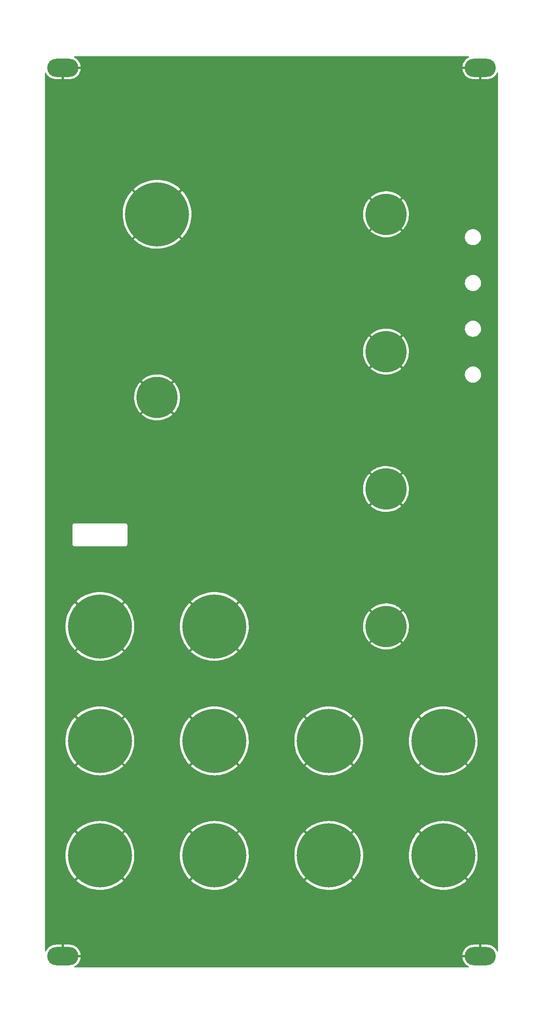
<source format=gbl>
G04 #@! TF.GenerationSoftware,KiCad,Pcbnew,6.0.1-79c1e3a40b~116~ubuntu20.04.1*
G04 #@! TF.CreationDate,2022-01-29T15:48:48-05:00*
G04 #@! TF.ProjectId,herovco_panel,6865726f-7663-46f5-9f70-616e656c2e6b,rev?*
G04 #@! TF.SameCoordinates,Original*
G04 #@! TF.FileFunction,Copper,L2,Bot*
G04 #@! TF.FilePolarity,Positive*
%FSLAX46Y46*%
G04 Gerber Fmt 4.6, Leading zero omitted, Abs format (unit mm)*
G04 Created by KiCad (PCBNEW 6.0.1-79c1e3a40b~116~ubuntu20.04.1) date 2022-01-29 15:48:48*
%MOMM*%
%LPD*%
G01*
G04 APERTURE LIST*
G04 #@! TA.AperFunction,ComponentPad*
%ADD10O,6.800000X4.000000*%
G04 #@! TD*
G04 #@! TA.AperFunction,ComponentPad*
%ADD11C,9.000000*%
G04 #@! TD*
G04 #@! TA.AperFunction,ComponentPad*
%ADD12C,14.000000*%
G04 #@! TD*
G04 APERTURE END LIST*
D10*
G04 #@! TO.P,H23,1*
G04 #@! TO.N,GND*
X111700000Y-204600000D03*
X111700000Y-10600000D03*
G04 #@! TD*
D11*
G04 #@! TO.P,H3,1*
G04 #@! TO.N,GND*
X91100000Y-42600000D03*
G04 #@! TD*
D12*
G04 #@! TO.P,H1,1*
G04 #@! TO.N,GND*
X28600000Y-157600000D03*
G04 #@! TD*
D10*
G04 #@! TO.P,H22,1*
G04 #@! TO.N,GND*
X20500000Y-10600000D03*
X20500000Y-204600000D03*
G04 #@! TD*
D12*
G04 #@! TO.P,H2,1*
G04 #@! TO.N,GND*
X28600000Y-182600000D03*
G04 #@! TD*
G04 #@! TO.P,H8,1*
G04 #@! TO.N,GND*
X53600000Y-157600000D03*
G04 #@! TD*
G04 #@! TO.P,H9,1*
G04 #@! TO.N,GND*
X53600000Y-182600000D03*
G04 #@! TD*
G04 #@! TO.P,H14,1*
G04 #@! TO.N,GND*
X78600000Y-157600000D03*
G04 #@! TD*
G04 #@! TO.P,H15,1*
G04 #@! TO.N,GND*
X78600000Y-182600000D03*
G04 #@! TD*
G04 #@! TO.P,H17,1*
G04 #@! TO.N,GND*
X103600000Y-157600000D03*
G04 #@! TD*
G04 #@! TO.P,H18,1*
G04 #@! TO.N,GND*
X103600000Y-182600000D03*
G04 #@! TD*
D11*
G04 #@! TO.P,H7,1*
G04 #@! TO.N,GND*
X91100000Y-72600000D03*
G04 #@! TD*
D12*
G04 #@! TO.P,H10,1*
G04 #@! TO.N,GND*
X41100000Y-42600000D03*
G04 #@! TD*
D11*
G04 #@! TO.P,H13,1*
G04 #@! TO.N,GND*
X91100000Y-132600000D03*
G04 #@! TD*
G04 #@! TO.P,H16,1*
G04 #@! TO.N,GND*
X91100000Y-102600000D03*
G04 #@! TD*
G04 #@! TO.P,H19,1*
G04 #@! TO.N,GND*
X41100000Y-82600000D03*
G04 #@! TD*
D12*
G04 #@! TO.P,H20,1*
G04 #@! TO.N,GND*
X53600000Y-132600000D03*
G04 #@! TD*
G04 #@! TO.P,H21,1*
G04 #@! TO.N,GND*
X28600000Y-132600000D03*
G04 #@! TD*
G04 #@! TA.AperFunction,Conductor*
G04 #@! TO.N,GND*
G36*
X109209823Y-8128002D02*
G01*
X109256316Y-8181658D01*
X109266420Y-8251932D01*
X109236926Y-8316512D01*
X109195350Y-8348008D01*
X109092959Y-8396189D01*
X109086026Y-8400001D01*
X108826271Y-8564847D01*
X108819868Y-8569498D01*
X108582813Y-8765607D01*
X108577046Y-8771023D01*
X108366443Y-8995293D01*
X108361404Y-9001384D01*
X108180570Y-9250281D01*
X108176330Y-9256961D01*
X108028110Y-9526572D01*
X108024753Y-9533707D01*
X107911492Y-9819770D01*
X107909047Y-9827296D01*
X107832538Y-10125279D01*
X107831055Y-10133050D01*
X107806425Y-10328026D01*
X107808728Y-10342306D01*
X107821720Y-10346000D01*
X111828000Y-10346000D01*
X111896121Y-10366002D01*
X111942614Y-10419658D01*
X111954000Y-10472000D01*
X111954000Y-13089885D01*
X111958475Y-13105124D01*
X111959865Y-13106329D01*
X111967548Y-13108000D01*
X113176829Y-13108000D01*
X113180820Y-13107874D01*
X113410994Y-13093393D01*
X113418855Y-13092400D01*
X113721046Y-13034754D01*
X113728723Y-13032783D01*
X114021309Y-12937716D01*
X114028672Y-12934801D01*
X114307041Y-12803811D01*
X114313974Y-12799999D01*
X114573729Y-12635153D01*
X114580132Y-12630502D01*
X114817187Y-12434393D01*
X114822954Y-12428977D01*
X115033557Y-12204707D01*
X115038596Y-12198616D01*
X115219430Y-11949719D01*
X115223670Y-11943039D01*
X115355585Y-11703086D01*
X115405931Y-11653027D01*
X115475348Y-11638134D01*
X115541797Y-11663135D01*
X115584181Y-11720092D01*
X115592000Y-11763787D01*
X115592000Y-203436213D01*
X115571998Y-203504334D01*
X115518342Y-203550827D01*
X115448068Y-203560931D01*
X115383488Y-203531437D01*
X115355585Y-203496914D01*
X115223670Y-203256961D01*
X115219430Y-203250281D01*
X115038596Y-203001384D01*
X115033557Y-202995293D01*
X114822954Y-202771023D01*
X114817187Y-202765607D01*
X114580132Y-202569498D01*
X114573729Y-202564847D01*
X114313974Y-202400001D01*
X114307041Y-202396189D01*
X114028672Y-202265199D01*
X114021309Y-202262284D01*
X113728723Y-202167217D01*
X113721046Y-202165246D01*
X113418855Y-202107600D01*
X113410994Y-202106607D01*
X113180820Y-202092126D01*
X113176829Y-202092000D01*
X111972115Y-202092000D01*
X111956876Y-202096475D01*
X111955671Y-202097865D01*
X111954000Y-202105548D01*
X111954000Y-204728000D01*
X111933998Y-204796121D01*
X111880342Y-204842614D01*
X111828000Y-204854000D01*
X107822269Y-204854000D01*
X107808392Y-204858075D01*
X107806355Y-204871426D01*
X107831055Y-205066950D01*
X107832538Y-205074721D01*
X107909047Y-205372704D01*
X107911492Y-205380230D01*
X108024753Y-205666293D01*
X108028110Y-205673428D01*
X108176330Y-205943039D01*
X108180570Y-205949719D01*
X108361404Y-206198616D01*
X108366443Y-206204707D01*
X108577046Y-206428977D01*
X108582813Y-206434393D01*
X108819868Y-206630502D01*
X108826271Y-206635153D01*
X109086026Y-206799999D01*
X109092959Y-206803811D01*
X109195350Y-206851992D01*
X109248471Y-206899095D01*
X109267694Y-206967439D01*
X109246915Y-207035327D01*
X109192732Y-207081204D01*
X109141702Y-207092000D01*
X23058298Y-207092000D01*
X22990177Y-207071998D01*
X22943684Y-207018342D01*
X22933580Y-206948068D01*
X22963074Y-206883488D01*
X23004650Y-206851992D01*
X23107041Y-206803811D01*
X23113974Y-206799999D01*
X23373729Y-206635153D01*
X23380132Y-206630502D01*
X23617187Y-206434393D01*
X23622954Y-206428977D01*
X23833557Y-206204707D01*
X23838596Y-206198616D01*
X24019430Y-205949719D01*
X24023670Y-205943039D01*
X24171890Y-205673428D01*
X24175247Y-205666293D01*
X24288508Y-205380230D01*
X24290953Y-205372704D01*
X24367462Y-205074721D01*
X24368945Y-205066950D01*
X24393575Y-204871974D01*
X24391272Y-204857694D01*
X24378280Y-204854000D01*
X20372000Y-204854000D01*
X20303879Y-204833998D01*
X20257386Y-204780342D01*
X20246000Y-204728000D01*
X20246000Y-204327885D01*
X20754000Y-204327885D01*
X20758475Y-204343124D01*
X20759865Y-204344329D01*
X20767548Y-204346000D01*
X24377731Y-204346000D01*
X24391608Y-204341925D01*
X24393645Y-204328574D01*
X24393576Y-204328026D01*
X107806425Y-204328026D01*
X107808728Y-204342306D01*
X107821720Y-204346000D01*
X111427885Y-204346000D01*
X111443124Y-204341525D01*
X111444329Y-204340135D01*
X111446000Y-204332452D01*
X111446000Y-202110115D01*
X111441525Y-202094876D01*
X111440135Y-202093671D01*
X111432452Y-202092000D01*
X110223171Y-202092000D01*
X110219180Y-202092126D01*
X109989006Y-202106607D01*
X109981145Y-202107600D01*
X109678954Y-202165246D01*
X109671277Y-202167217D01*
X109378691Y-202262284D01*
X109371328Y-202265199D01*
X109092959Y-202396189D01*
X109086026Y-202400001D01*
X108826271Y-202564847D01*
X108819868Y-202569498D01*
X108582813Y-202765607D01*
X108577046Y-202771023D01*
X108366443Y-202995293D01*
X108361404Y-203001384D01*
X108180570Y-203250281D01*
X108176330Y-203256961D01*
X108028110Y-203526572D01*
X108024753Y-203533707D01*
X107911492Y-203819770D01*
X107909047Y-203827296D01*
X107832538Y-204125279D01*
X107831055Y-204133050D01*
X107806425Y-204328026D01*
X24393576Y-204328026D01*
X24368945Y-204133050D01*
X24367462Y-204125279D01*
X24290953Y-203827296D01*
X24288508Y-203819770D01*
X24175247Y-203533707D01*
X24171890Y-203526572D01*
X24023670Y-203256961D01*
X24019430Y-203250281D01*
X23838596Y-203001384D01*
X23833557Y-202995293D01*
X23622954Y-202771023D01*
X23617187Y-202765607D01*
X23380132Y-202569498D01*
X23373729Y-202564847D01*
X23113974Y-202400001D01*
X23107041Y-202396189D01*
X22828672Y-202265199D01*
X22821309Y-202262284D01*
X22528723Y-202167217D01*
X22521046Y-202165246D01*
X22218855Y-202107600D01*
X22210994Y-202106607D01*
X21980820Y-202092126D01*
X21976829Y-202092000D01*
X20772115Y-202092000D01*
X20756876Y-202096475D01*
X20755671Y-202097865D01*
X20754000Y-202105548D01*
X20754000Y-204327885D01*
X20246000Y-204327885D01*
X20246000Y-202110115D01*
X20241525Y-202094876D01*
X20240135Y-202093671D01*
X20232452Y-202092000D01*
X19023171Y-202092000D01*
X19019180Y-202092126D01*
X18789006Y-202106607D01*
X18781145Y-202107600D01*
X18478954Y-202165246D01*
X18471277Y-202167217D01*
X18178691Y-202262284D01*
X18171328Y-202265199D01*
X17892959Y-202396189D01*
X17886026Y-202400001D01*
X17626271Y-202564847D01*
X17619868Y-202569498D01*
X17382813Y-202765607D01*
X17377046Y-202771023D01*
X17166443Y-202995293D01*
X17161404Y-203001384D01*
X16980570Y-203250281D01*
X16976330Y-203256961D01*
X16844415Y-203496914D01*
X16794069Y-203546973D01*
X16724652Y-203561866D01*
X16658203Y-203536865D01*
X16615819Y-203479908D01*
X16608000Y-203436213D01*
X16608000Y-188087102D01*
X23478438Y-188087102D01*
X23478462Y-188087441D01*
X23484285Y-188096073D01*
X23728991Y-188319913D01*
X23732445Y-188322852D01*
X24150430Y-188653550D01*
X24154067Y-188656222D01*
X24594618Y-188956182D01*
X24598446Y-188958593D01*
X25059337Y-189226300D01*
X25063309Y-189228421D01*
X25542148Y-189462483D01*
X25546284Y-189464325D01*
X26040627Y-189663551D01*
X26044871Y-189665087D01*
X26552218Y-189828467D01*
X26556539Y-189829689D01*
X27074254Y-189956374D01*
X27078695Y-189957294D01*
X27604141Y-190046637D01*
X27608595Y-190047232D01*
X28139106Y-190098782D01*
X28143579Y-190099056D01*
X28676427Y-190112543D01*
X28680930Y-190112496D01*
X29213352Y-190087853D01*
X29217836Y-190087485D01*
X29747152Y-190024836D01*
X29751591Y-190024149D01*
X30275087Y-189923814D01*
X30279446Y-189922815D01*
X30794414Y-189785311D01*
X30798727Y-189783992D01*
X31302525Y-189610028D01*
X31306740Y-189608402D01*
X31796805Y-189398866D01*
X31800892Y-189396943D01*
X32274731Y-189152900D01*
X32278658Y-189150696D01*
X32733828Y-188873404D01*
X32737624Y-188870901D01*
X33171786Y-188561788D01*
X33175372Y-188559036D01*
X33586362Y-188219640D01*
X33589705Y-188216672D01*
X33713630Y-188098453D01*
X33720179Y-188087102D01*
X48478438Y-188087102D01*
X48478462Y-188087441D01*
X48484285Y-188096073D01*
X48728991Y-188319913D01*
X48732445Y-188322852D01*
X49150430Y-188653550D01*
X49154067Y-188656222D01*
X49594618Y-188956182D01*
X49598446Y-188958593D01*
X50059337Y-189226300D01*
X50063309Y-189228421D01*
X50542148Y-189462483D01*
X50546284Y-189464325D01*
X51040627Y-189663551D01*
X51044871Y-189665087D01*
X51552218Y-189828467D01*
X51556539Y-189829689D01*
X52074254Y-189956374D01*
X52078695Y-189957294D01*
X52604141Y-190046637D01*
X52608595Y-190047232D01*
X53139106Y-190098782D01*
X53143579Y-190099056D01*
X53676427Y-190112543D01*
X53680930Y-190112496D01*
X54213352Y-190087853D01*
X54217836Y-190087485D01*
X54747152Y-190024836D01*
X54751591Y-190024149D01*
X55275087Y-189923814D01*
X55279446Y-189922815D01*
X55794414Y-189785311D01*
X55798727Y-189783992D01*
X56302525Y-189610028D01*
X56306740Y-189608402D01*
X56796805Y-189398866D01*
X56800892Y-189396943D01*
X57274731Y-189152900D01*
X57278658Y-189150696D01*
X57733828Y-188873404D01*
X57737624Y-188870901D01*
X58171786Y-188561788D01*
X58175372Y-188559036D01*
X58586362Y-188219640D01*
X58589705Y-188216672D01*
X58713630Y-188098453D01*
X58720179Y-188087102D01*
X73478438Y-188087102D01*
X73478462Y-188087441D01*
X73484285Y-188096073D01*
X73728991Y-188319913D01*
X73732445Y-188322852D01*
X74150430Y-188653550D01*
X74154067Y-188656222D01*
X74594618Y-188956182D01*
X74598446Y-188958593D01*
X75059337Y-189226300D01*
X75063309Y-189228421D01*
X75542148Y-189462483D01*
X75546284Y-189464325D01*
X76040627Y-189663551D01*
X76044871Y-189665087D01*
X76552218Y-189828467D01*
X76556539Y-189829689D01*
X77074254Y-189956374D01*
X77078695Y-189957294D01*
X77604141Y-190046637D01*
X77608595Y-190047232D01*
X78139106Y-190098782D01*
X78143579Y-190099056D01*
X78676427Y-190112543D01*
X78680930Y-190112496D01*
X79213352Y-190087853D01*
X79217836Y-190087485D01*
X79747152Y-190024836D01*
X79751591Y-190024149D01*
X80275087Y-189923814D01*
X80279446Y-189922815D01*
X80794414Y-189785311D01*
X80798727Y-189783992D01*
X81302525Y-189610028D01*
X81306740Y-189608402D01*
X81796805Y-189398866D01*
X81800892Y-189396943D01*
X82274731Y-189152900D01*
X82278658Y-189150696D01*
X82733828Y-188873404D01*
X82737624Y-188870901D01*
X83171786Y-188561788D01*
X83175372Y-188559036D01*
X83586362Y-188219640D01*
X83589705Y-188216672D01*
X83713630Y-188098453D01*
X83720179Y-188087102D01*
X98478438Y-188087102D01*
X98478462Y-188087441D01*
X98484285Y-188096073D01*
X98728991Y-188319913D01*
X98732445Y-188322852D01*
X99150430Y-188653550D01*
X99154067Y-188656222D01*
X99594618Y-188956182D01*
X99598446Y-188958593D01*
X100059337Y-189226300D01*
X100063309Y-189228421D01*
X100542148Y-189462483D01*
X100546284Y-189464325D01*
X101040627Y-189663551D01*
X101044871Y-189665087D01*
X101552218Y-189828467D01*
X101556539Y-189829689D01*
X102074254Y-189956374D01*
X102078695Y-189957294D01*
X102604141Y-190046637D01*
X102608595Y-190047232D01*
X103139106Y-190098782D01*
X103143579Y-190099056D01*
X103676427Y-190112543D01*
X103680930Y-190112496D01*
X104213352Y-190087853D01*
X104217836Y-190087485D01*
X104747152Y-190024836D01*
X104751591Y-190024149D01*
X105275087Y-189923814D01*
X105279446Y-189922815D01*
X105794414Y-189785311D01*
X105798727Y-189783992D01*
X106302525Y-189610028D01*
X106306740Y-189608402D01*
X106796805Y-189398866D01*
X106800892Y-189396943D01*
X107274731Y-189152900D01*
X107278658Y-189150696D01*
X107733828Y-188873404D01*
X107737624Y-188870901D01*
X108171786Y-188561788D01*
X108175372Y-188559036D01*
X108586362Y-188219640D01*
X108589705Y-188216672D01*
X108713630Y-188098453D01*
X108721568Y-188084695D01*
X108721518Y-188083649D01*
X108716625Y-188075835D01*
X103612812Y-182972022D01*
X103598868Y-182964408D01*
X103597035Y-182964539D01*
X103590420Y-182968790D01*
X98486052Y-188073158D01*
X98478438Y-188087102D01*
X83720179Y-188087102D01*
X83721568Y-188084695D01*
X83721518Y-188083649D01*
X83716625Y-188075835D01*
X78612812Y-182972022D01*
X78598868Y-182964408D01*
X78597035Y-182964539D01*
X78590420Y-182968790D01*
X73486052Y-188073158D01*
X73478438Y-188087102D01*
X58720179Y-188087102D01*
X58721568Y-188084695D01*
X58721518Y-188083649D01*
X58716625Y-188075835D01*
X53612812Y-182972022D01*
X53598868Y-182964408D01*
X53597035Y-182964539D01*
X53590420Y-182968790D01*
X48486052Y-188073158D01*
X48478438Y-188087102D01*
X33720179Y-188087102D01*
X33721568Y-188084695D01*
X33721518Y-188083649D01*
X33716625Y-188075835D01*
X28612812Y-182972022D01*
X28598868Y-182964408D01*
X28597035Y-182964539D01*
X28590420Y-182968790D01*
X23486052Y-188073158D01*
X23478438Y-188087102D01*
X16608000Y-188087102D01*
X16608000Y-182650201D01*
X21087236Y-182650201D01*
X21087267Y-182654699D01*
X21110052Y-183187215D01*
X21110404Y-183191696D01*
X21171206Y-183721240D01*
X21171874Y-183725659D01*
X21270381Y-184249497D01*
X21271370Y-184253884D01*
X21407070Y-184769308D01*
X21408381Y-184773648D01*
X21580581Y-185278039D01*
X21582188Y-185282249D01*
X21790028Y-185773079D01*
X21791917Y-185777129D01*
X22034314Y-186251836D01*
X22036507Y-186255776D01*
X22312217Y-186711925D01*
X22314678Y-186715685D01*
X22622290Y-187150947D01*
X22625036Y-187154552D01*
X22962987Y-187566712D01*
X22965944Y-187570066D01*
X23101751Y-187713428D01*
X23115482Y-187721415D01*
X23116410Y-187721374D01*
X23124399Y-187716391D01*
X28227978Y-182612812D01*
X28234356Y-182601132D01*
X28964408Y-182601132D01*
X28964539Y-182602965D01*
X28968790Y-182609580D01*
X34073389Y-187714179D01*
X34087333Y-187721793D01*
X34087556Y-187721778D01*
X34096338Y-187715831D01*
X34336905Y-187450987D01*
X34339793Y-187447570D01*
X34669044Y-187028414D01*
X34671701Y-187024771D01*
X34970130Y-186583164D01*
X34972526Y-186579329D01*
X35238617Y-186117514D01*
X35240726Y-186113531D01*
X35473116Y-185633878D01*
X35474941Y-185629741D01*
X35672446Y-185134690D01*
X35673961Y-185130460D01*
X35835567Y-184622549D01*
X35836781Y-184618202D01*
X35961661Y-184100034D01*
X35962555Y-184095638D01*
X36050064Y-183569885D01*
X36050649Y-183565380D01*
X36100363Y-183034517D01*
X36100613Y-183030439D01*
X36111566Y-182650201D01*
X46087236Y-182650201D01*
X46087267Y-182654699D01*
X46110052Y-183187215D01*
X46110404Y-183191696D01*
X46171206Y-183721240D01*
X46171874Y-183725659D01*
X46270381Y-184249497D01*
X46271370Y-184253884D01*
X46407070Y-184769308D01*
X46408381Y-184773648D01*
X46580581Y-185278039D01*
X46582188Y-185282249D01*
X46790028Y-185773079D01*
X46791917Y-185777129D01*
X47034314Y-186251836D01*
X47036507Y-186255776D01*
X47312217Y-186711925D01*
X47314678Y-186715685D01*
X47622290Y-187150947D01*
X47625036Y-187154552D01*
X47962987Y-187566712D01*
X47965944Y-187570066D01*
X48101751Y-187713428D01*
X48115482Y-187721415D01*
X48116410Y-187721374D01*
X48124399Y-187716391D01*
X53227978Y-182612812D01*
X53234356Y-182601132D01*
X53964408Y-182601132D01*
X53964539Y-182602965D01*
X53968790Y-182609580D01*
X59073389Y-187714179D01*
X59087333Y-187721793D01*
X59087556Y-187721778D01*
X59096338Y-187715831D01*
X59336905Y-187450987D01*
X59339793Y-187447570D01*
X59669044Y-187028414D01*
X59671701Y-187024771D01*
X59970130Y-186583164D01*
X59972526Y-186579329D01*
X60238617Y-186117514D01*
X60240726Y-186113531D01*
X60473116Y-185633878D01*
X60474941Y-185629741D01*
X60672446Y-185134690D01*
X60673961Y-185130460D01*
X60835567Y-184622549D01*
X60836781Y-184618202D01*
X60961661Y-184100034D01*
X60962555Y-184095638D01*
X61050064Y-183569885D01*
X61050649Y-183565380D01*
X61100363Y-183034517D01*
X61100613Y-183030439D01*
X61111566Y-182650201D01*
X71087236Y-182650201D01*
X71087267Y-182654699D01*
X71110052Y-183187215D01*
X71110404Y-183191696D01*
X71171206Y-183721240D01*
X71171874Y-183725659D01*
X71270381Y-184249497D01*
X71271370Y-184253884D01*
X71407070Y-184769308D01*
X71408381Y-184773648D01*
X71580581Y-185278039D01*
X71582188Y-185282249D01*
X71790028Y-185773079D01*
X71791917Y-185777129D01*
X72034314Y-186251836D01*
X72036507Y-186255776D01*
X72312217Y-186711925D01*
X72314678Y-186715685D01*
X72622290Y-187150947D01*
X72625036Y-187154552D01*
X72962987Y-187566712D01*
X72965944Y-187570066D01*
X73101751Y-187713428D01*
X73115482Y-187721415D01*
X73116410Y-187721374D01*
X73124399Y-187716391D01*
X78227978Y-182612812D01*
X78234356Y-182601132D01*
X78964408Y-182601132D01*
X78964539Y-182602965D01*
X78968790Y-182609580D01*
X84073389Y-187714179D01*
X84087333Y-187721793D01*
X84087556Y-187721778D01*
X84096338Y-187715831D01*
X84336905Y-187450987D01*
X84339793Y-187447570D01*
X84669044Y-187028414D01*
X84671701Y-187024771D01*
X84970130Y-186583164D01*
X84972526Y-186579329D01*
X85238617Y-186117514D01*
X85240726Y-186113531D01*
X85473116Y-185633878D01*
X85474941Y-185629741D01*
X85672446Y-185134690D01*
X85673961Y-185130460D01*
X85835567Y-184622549D01*
X85836781Y-184618202D01*
X85961661Y-184100034D01*
X85962555Y-184095638D01*
X86050064Y-183569885D01*
X86050649Y-183565380D01*
X86100363Y-183034517D01*
X86100613Y-183030439D01*
X86111566Y-182650201D01*
X96087236Y-182650201D01*
X96087267Y-182654699D01*
X96110052Y-183187215D01*
X96110404Y-183191696D01*
X96171206Y-183721240D01*
X96171874Y-183725659D01*
X96270381Y-184249497D01*
X96271370Y-184253884D01*
X96407070Y-184769308D01*
X96408381Y-184773648D01*
X96580581Y-185278039D01*
X96582188Y-185282249D01*
X96790028Y-185773079D01*
X96791917Y-185777129D01*
X97034314Y-186251836D01*
X97036507Y-186255776D01*
X97312217Y-186711925D01*
X97314678Y-186715685D01*
X97622290Y-187150947D01*
X97625036Y-187154552D01*
X97962987Y-187566712D01*
X97965944Y-187570066D01*
X98101751Y-187713428D01*
X98115482Y-187721415D01*
X98116410Y-187721374D01*
X98124399Y-187716391D01*
X103227978Y-182612812D01*
X103234356Y-182601132D01*
X103964408Y-182601132D01*
X103964539Y-182602965D01*
X103968790Y-182609580D01*
X109073389Y-187714179D01*
X109087333Y-187721793D01*
X109087556Y-187721778D01*
X109096338Y-187715831D01*
X109336905Y-187450987D01*
X109339793Y-187447570D01*
X109669044Y-187028414D01*
X109671701Y-187024771D01*
X109970130Y-186583164D01*
X109972526Y-186579329D01*
X110238617Y-186117514D01*
X110240726Y-186113531D01*
X110473116Y-185633878D01*
X110474941Y-185629741D01*
X110672446Y-185134690D01*
X110673961Y-185130460D01*
X110835567Y-184622549D01*
X110836781Y-184618202D01*
X110961661Y-184100034D01*
X110962555Y-184095638D01*
X111050064Y-183569885D01*
X111050649Y-183565380D01*
X111100363Y-183034517D01*
X111100613Y-183030439D01*
X111112954Y-182602024D01*
X111112939Y-182597967D01*
X111093866Y-182065096D01*
X111093544Y-182060601D01*
X111036442Y-181530662D01*
X111035800Y-181526211D01*
X110940955Y-181001710D01*
X110939999Y-180997327D01*
X110807892Y-180480933D01*
X110806630Y-180476645D01*
X110637938Y-179971015D01*
X110636370Y-179966818D01*
X110431966Y-179474558D01*
X110430088Y-179470456D01*
X110191023Y-178994094D01*
X110188855Y-178990133D01*
X109916347Y-178532090D01*
X109913891Y-178528279D01*
X109609331Y-178090890D01*
X109606624Y-178087284D01*
X109271552Y-177672765D01*
X109268609Y-177669380D01*
X109098034Y-177486780D01*
X109084361Y-177478698D01*
X109083667Y-177478724D01*
X109075320Y-177483890D01*
X103972022Y-182587188D01*
X103964408Y-182601132D01*
X103234356Y-182601132D01*
X103235592Y-182598868D01*
X103235461Y-182597035D01*
X103231210Y-182590420D01*
X98127007Y-177486217D01*
X98113063Y-177478603D01*
X98112606Y-177478635D01*
X98104130Y-177484332D01*
X97897104Y-177709077D01*
X97894190Y-177712477D01*
X97562015Y-178129331D01*
X97559344Y-178132941D01*
X97257831Y-178572465D01*
X97255409Y-178576283D01*
X96986107Y-179036216D01*
X96983964Y-179040196D01*
X96748233Y-179518211D01*
X96746376Y-179522343D01*
X96545427Y-180015984D01*
X96543874Y-180020230D01*
X96378729Y-180526984D01*
X96377484Y-180531326D01*
X96248991Y-181048608D01*
X96248067Y-181052991D01*
X96156885Y-181578152D01*
X96156274Y-181582609D01*
X96102873Y-182112930D01*
X96102583Y-182117413D01*
X96087236Y-182650201D01*
X86111566Y-182650201D01*
X86112954Y-182602024D01*
X86112939Y-182597967D01*
X86093866Y-182065096D01*
X86093544Y-182060601D01*
X86036442Y-181530662D01*
X86035800Y-181526211D01*
X85940955Y-181001710D01*
X85939999Y-180997327D01*
X85807892Y-180480933D01*
X85806630Y-180476645D01*
X85637938Y-179971015D01*
X85636370Y-179966818D01*
X85431966Y-179474558D01*
X85430088Y-179470456D01*
X85191023Y-178994094D01*
X85188855Y-178990133D01*
X84916347Y-178532090D01*
X84913891Y-178528279D01*
X84609331Y-178090890D01*
X84606624Y-178087284D01*
X84271552Y-177672765D01*
X84268609Y-177669380D01*
X84098034Y-177486780D01*
X84084361Y-177478698D01*
X84083667Y-177478724D01*
X84075320Y-177483890D01*
X78972022Y-182587188D01*
X78964408Y-182601132D01*
X78234356Y-182601132D01*
X78235592Y-182598868D01*
X78235461Y-182597035D01*
X78231210Y-182590420D01*
X73127007Y-177486217D01*
X73113063Y-177478603D01*
X73112606Y-177478635D01*
X73104130Y-177484332D01*
X72897104Y-177709077D01*
X72894190Y-177712477D01*
X72562015Y-178129331D01*
X72559344Y-178132941D01*
X72257831Y-178572465D01*
X72255409Y-178576283D01*
X71986107Y-179036216D01*
X71983964Y-179040196D01*
X71748233Y-179518211D01*
X71746376Y-179522343D01*
X71545427Y-180015984D01*
X71543874Y-180020230D01*
X71378729Y-180526984D01*
X71377484Y-180531326D01*
X71248991Y-181048608D01*
X71248067Y-181052991D01*
X71156885Y-181578152D01*
X71156274Y-181582609D01*
X71102873Y-182112930D01*
X71102583Y-182117413D01*
X71087236Y-182650201D01*
X61111566Y-182650201D01*
X61112954Y-182602024D01*
X61112939Y-182597967D01*
X61093866Y-182065096D01*
X61093544Y-182060601D01*
X61036442Y-181530662D01*
X61035800Y-181526211D01*
X60940955Y-181001710D01*
X60939999Y-180997327D01*
X60807892Y-180480933D01*
X60806630Y-180476645D01*
X60637938Y-179971015D01*
X60636370Y-179966818D01*
X60431966Y-179474558D01*
X60430088Y-179470456D01*
X60191023Y-178994094D01*
X60188855Y-178990133D01*
X59916347Y-178532090D01*
X59913891Y-178528279D01*
X59609331Y-178090890D01*
X59606624Y-178087284D01*
X59271552Y-177672765D01*
X59268609Y-177669380D01*
X59098034Y-177486780D01*
X59084361Y-177478698D01*
X59083667Y-177478724D01*
X59075320Y-177483890D01*
X53972022Y-182587188D01*
X53964408Y-182601132D01*
X53234356Y-182601132D01*
X53235592Y-182598868D01*
X53235461Y-182597035D01*
X53231210Y-182590420D01*
X48127007Y-177486217D01*
X48113063Y-177478603D01*
X48112606Y-177478635D01*
X48104130Y-177484332D01*
X47897104Y-177709077D01*
X47894190Y-177712477D01*
X47562015Y-178129331D01*
X47559344Y-178132941D01*
X47257831Y-178572465D01*
X47255409Y-178576283D01*
X46986107Y-179036216D01*
X46983964Y-179040196D01*
X46748233Y-179518211D01*
X46746376Y-179522343D01*
X46545427Y-180015984D01*
X46543874Y-180020230D01*
X46378729Y-180526984D01*
X46377484Y-180531326D01*
X46248991Y-181048608D01*
X46248067Y-181052991D01*
X46156885Y-181578152D01*
X46156274Y-181582609D01*
X46102873Y-182112930D01*
X46102583Y-182117413D01*
X46087236Y-182650201D01*
X36111566Y-182650201D01*
X36112954Y-182602024D01*
X36112939Y-182597967D01*
X36093866Y-182065096D01*
X36093544Y-182060601D01*
X36036442Y-181530662D01*
X36035800Y-181526211D01*
X35940955Y-181001710D01*
X35939999Y-180997327D01*
X35807892Y-180480933D01*
X35806630Y-180476645D01*
X35637938Y-179971015D01*
X35636370Y-179966818D01*
X35431966Y-179474558D01*
X35430088Y-179470456D01*
X35191023Y-178994094D01*
X35188855Y-178990133D01*
X34916347Y-178532090D01*
X34913891Y-178528279D01*
X34609331Y-178090890D01*
X34606624Y-178087284D01*
X34271552Y-177672765D01*
X34268609Y-177669380D01*
X34098034Y-177486780D01*
X34084361Y-177478698D01*
X34083667Y-177478724D01*
X34075320Y-177483890D01*
X28972022Y-182587188D01*
X28964408Y-182601132D01*
X28234356Y-182601132D01*
X28235592Y-182598868D01*
X28235461Y-182597035D01*
X28231210Y-182590420D01*
X23127007Y-177486217D01*
X23113063Y-177478603D01*
X23112606Y-177478635D01*
X23104130Y-177484332D01*
X22897104Y-177709077D01*
X22894190Y-177712477D01*
X22562015Y-178129331D01*
X22559344Y-178132941D01*
X22257831Y-178572465D01*
X22255409Y-178576283D01*
X21986107Y-179036216D01*
X21983964Y-179040196D01*
X21748233Y-179518211D01*
X21746376Y-179522343D01*
X21545427Y-180015984D01*
X21543874Y-180020230D01*
X21378729Y-180526984D01*
X21377484Y-180531326D01*
X21248991Y-181048608D01*
X21248067Y-181052991D01*
X21156885Y-181578152D01*
X21156274Y-181582609D01*
X21102873Y-182112930D01*
X21102583Y-182117413D01*
X21087236Y-182650201D01*
X16608000Y-182650201D01*
X16608000Y-177115591D01*
X23478674Y-177115591D01*
X23478707Y-177116404D01*
X23483783Y-177124573D01*
X28587188Y-182227978D01*
X28601132Y-182235592D01*
X28602965Y-182235461D01*
X28609580Y-182231210D01*
X33713682Y-177127108D01*
X33719971Y-177115591D01*
X48478674Y-177115591D01*
X48478707Y-177116404D01*
X48483783Y-177124573D01*
X53587188Y-182227978D01*
X53601132Y-182235592D01*
X53602965Y-182235461D01*
X53609580Y-182231210D01*
X58713682Y-177127108D01*
X58719971Y-177115591D01*
X73478674Y-177115591D01*
X73478707Y-177116404D01*
X73483783Y-177124573D01*
X78587188Y-182227978D01*
X78601132Y-182235592D01*
X78602965Y-182235461D01*
X78609580Y-182231210D01*
X83713682Y-177127108D01*
X83719971Y-177115591D01*
X98478674Y-177115591D01*
X98478707Y-177116404D01*
X98483783Y-177124573D01*
X103587188Y-182227978D01*
X103601132Y-182235592D01*
X103602965Y-182235461D01*
X103609580Y-182231210D01*
X108713682Y-177127108D01*
X108721296Y-177113164D01*
X108721255Y-177112590D01*
X108715684Y-177104268D01*
X108510818Y-176914228D01*
X108507387Y-176911267D01*
X108091729Y-176577666D01*
X108088115Y-176574972D01*
X107649654Y-176271933D01*
X107645835Y-176269490D01*
X107186846Y-175998585D01*
X107182877Y-175996430D01*
X106705679Y-175759028D01*
X106701575Y-175757166D01*
X106208610Y-175554483D01*
X106204395Y-175552924D01*
X105698199Y-175386006D01*
X105693883Y-175384752D01*
X105177042Y-175254451D01*
X105172665Y-175253513D01*
X104647822Y-175160496D01*
X104643365Y-175159870D01*
X104113241Y-175104620D01*
X104108747Y-175104313D01*
X103576027Y-175087107D01*
X103571530Y-175087122D01*
X103038927Y-175108048D01*
X103034451Y-175108384D01*
X102504713Y-175167336D01*
X102500261Y-175167994D01*
X101976106Y-175264667D01*
X101971701Y-175265643D01*
X101455801Y-175399545D01*
X101451490Y-175400830D01*
X100946471Y-175571278D01*
X100942259Y-175572870D01*
X100450723Y-175778988D01*
X100446647Y-175780871D01*
X99971109Y-176021605D01*
X99967158Y-176023786D01*
X99510063Y-176297893D01*
X99506267Y-176300358D01*
X99069930Y-176606452D01*
X99066347Y-176609162D01*
X98653007Y-176945674D01*
X98649617Y-176948642D01*
X98486708Y-177101891D01*
X98478674Y-177115591D01*
X83719971Y-177115591D01*
X83721296Y-177113164D01*
X83721255Y-177112590D01*
X83715684Y-177104268D01*
X83510818Y-176914228D01*
X83507387Y-176911267D01*
X83091729Y-176577666D01*
X83088115Y-176574972D01*
X82649654Y-176271933D01*
X82645835Y-176269490D01*
X82186846Y-175998585D01*
X82182877Y-175996430D01*
X81705679Y-175759028D01*
X81701575Y-175757166D01*
X81208610Y-175554483D01*
X81204395Y-175552924D01*
X80698199Y-175386006D01*
X80693883Y-175384752D01*
X80177042Y-175254451D01*
X80172665Y-175253513D01*
X79647822Y-175160496D01*
X79643365Y-175159870D01*
X79113241Y-175104620D01*
X79108747Y-175104313D01*
X78576027Y-175087107D01*
X78571530Y-175087122D01*
X78038927Y-175108048D01*
X78034451Y-175108384D01*
X77504713Y-175167336D01*
X77500261Y-175167994D01*
X76976106Y-175264667D01*
X76971701Y-175265643D01*
X76455801Y-175399545D01*
X76451490Y-175400830D01*
X75946471Y-175571278D01*
X75942259Y-175572870D01*
X75450723Y-175778988D01*
X75446647Y-175780871D01*
X74971109Y-176021605D01*
X74967158Y-176023786D01*
X74510063Y-176297893D01*
X74506267Y-176300358D01*
X74069930Y-176606452D01*
X74066347Y-176609162D01*
X73653007Y-176945674D01*
X73649617Y-176948642D01*
X73486708Y-177101891D01*
X73478674Y-177115591D01*
X58719971Y-177115591D01*
X58721296Y-177113164D01*
X58721255Y-177112590D01*
X58715684Y-177104268D01*
X58510818Y-176914228D01*
X58507387Y-176911267D01*
X58091729Y-176577666D01*
X58088115Y-176574972D01*
X57649654Y-176271933D01*
X57645835Y-176269490D01*
X57186846Y-175998585D01*
X57182877Y-175996430D01*
X56705679Y-175759028D01*
X56701575Y-175757166D01*
X56208610Y-175554483D01*
X56204395Y-175552924D01*
X55698199Y-175386006D01*
X55693883Y-175384752D01*
X55177042Y-175254451D01*
X55172665Y-175253513D01*
X54647822Y-175160496D01*
X54643365Y-175159870D01*
X54113241Y-175104620D01*
X54108747Y-175104313D01*
X53576027Y-175087107D01*
X53571530Y-175087122D01*
X53038927Y-175108048D01*
X53034451Y-175108384D01*
X52504713Y-175167336D01*
X52500261Y-175167994D01*
X51976106Y-175264667D01*
X51971701Y-175265643D01*
X51455801Y-175399545D01*
X51451490Y-175400830D01*
X50946471Y-175571278D01*
X50942259Y-175572870D01*
X50450723Y-175778988D01*
X50446647Y-175780871D01*
X49971109Y-176021605D01*
X49967158Y-176023786D01*
X49510063Y-176297893D01*
X49506267Y-176300358D01*
X49069930Y-176606452D01*
X49066347Y-176609162D01*
X48653007Y-176945674D01*
X48649617Y-176948642D01*
X48486708Y-177101891D01*
X48478674Y-177115591D01*
X33719971Y-177115591D01*
X33721296Y-177113164D01*
X33721255Y-177112590D01*
X33715684Y-177104268D01*
X33510818Y-176914228D01*
X33507387Y-176911267D01*
X33091729Y-176577666D01*
X33088115Y-176574972D01*
X32649654Y-176271933D01*
X32645835Y-176269490D01*
X32186846Y-175998585D01*
X32182877Y-175996430D01*
X31705679Y-175759028D01*
X31701575Y-175757166D01*
X31208610Y-175554483D01*
X31204395Y-175552924D01*
X30698199Y-175386006D01*
X30693883Y-175384752D01*
X30177042Y-175254451D01*
X30172665Y-175253513D01*
X29647822Y-175160496D01*
X29643365Y-175159870D01*
X29113241Y-175104620D01*
X29108747Y-175104313D01*
X28576027Y-175087107D01*
X28571530Y-175087122D01*
X28038927Y-175108048D01*
X28034451Y-175108384D01*
X27504713Y-175167336D01*
X27500261Y-175167994D01*
X26976106Y-175264667D01*
X26971701Y-175265643D01*
X26455801Y-175399545D01*
X26451490Y-175400830D01*
X25946471Y-175571278D01*
X25942259Y-175572870D01*
X25450723Y-175778988D01*
X25446647Y-175780871D01*
X24971109Y-176021605D01*
X24967158Y-176023786D01*
X24510063Y-176297893D01*
X24506267Y-176300358D01*
X24069930Y-176606452D01*
X24066347Y-176609162D01*
X23653007Y-176945674D01*
X23649617Y-176948642D01*
X23486708Y-177101891D01*
X23478674Y-177115591D01*
X16608000Y-177115591D01*
X16608000Y-163087102D01*
X23478438Y-163087102D01*
X23478462Y-163087441D01*
X23484285Y-163096073D01*
X23728991Y-163319913D01*
X23732445Y-163322852D01*
X24150430Y-163653550D01*
X24154067Y-163656222D01*
X24594618Y-163956182D01*
X24598446Y-163958593D01*
X25059337Y-164226300D01*
X25063309Y-164228421D01*
X25542148Y-164462483D01*
X25546284Y-164464325D01*
X26040627Y-164663551D01*
X26044871Y-164665087D01*
X26552218Y-164828467D01*
X26556539Y-164829689D01*
X27074254Y-164956374D01*
X27078695Y-164957294D01*
X27604141Y-165046637D01*
X27608595Y-165047232D01*
X28139106Y-165098782D01*
X28143579Y-165099056D01*
X28676427Y-165112543D01*
X28680930Y-165112496D01*
X29213352Y-165087853D01*
X29217836Y-165087485D01*
X29747152Y-165024836D01*
X29751591Y-165024149D01*
X30275087Y-164923814D01*
X30279446Y-164922815D01*
X30794414Y-164785311D01*
X30798727Y-164783992D01*
X31302525Y-164610028D01*
X31306740Y-164608402D01*
X31796805Y-164398866D01*
X31800892Y-164396943D01*
X32274731Y-164152900D01*
X32278658Y-164150696D01*
X32733828Y-163873404D01*
X32737624Y-163870901D01*
X33171786Y-163561788D01*
X33175372Y-163559036D01*
X33586362Y-163219640D01*
X33589705Y-163216672D01*
X33713630Y-163098453D01*
X33720179Y-163087102D01*
X48478438Y-163087102D01*
X48478462Y-163087441D01*
X48484285Y-163096073D01*
X48728991Y-163319913D01*
X48732445Y-163322852D01*
X49150430Y-163653550D01*
X49154067Y-163656222D01*
X49594618Y-163956182D01*
X49598446Y-163958593D01*
X50059337Y-164226300D01*
X50063309Y-164228421D01*
X50542148Y-164462483D01*
X50546284Y-164464325D01*
X51040627Y-164663551D01*
X51044871Y-164665087D01*
X51552218Y-164828467D01*
X51556539Y-164829689D01*
X52074254Y-164956374D01*
X52078695Y-164957294D01*
X52604141Y-165046637D01*
X52608595Y-165047232D01*
X53139106Y-165098782D01*
X53143579Y-165099056D01*
X53676427Y-165112543D01*
X53680930Y-165112496D01*
X54213352Y-165087853D01*
X54217836Y-165087485D01*
X54747152Y-165024836D01*
X54751591Y-165024149D01*
X55275087Y-164923814D01*
X55279446Y-164922815D01*
X55794414Y-164785311D01*
X55798727Y-164783992D01*
X56302525Y-164610028D01*
X56306740Y-164608402D01*
X56796805Y-164398866D01*
X56800892Y-164396943D01*
X57274731Y-164152900D01*
X57278658Y-164150696D01*
X57733828Y-163873404D01*
X57737624Y-163870901D01*
X58171786Y-163561788D01*
X58175372Y-163559036D01*
X58586362Y-163219640D01*
X58589705Y-163216672D01*
X58713630Y-163098453D01*
X58720179Y-163087102D01*
X73478438Y-163087102D01*
X73478462Y-163087441D01*
X73484285Y-163096073D01*
X73728991Y-163319913D01*
X73732445Y-163322852D01*
X74150430Y-163653550D01*
X74154067Y-163656222D01*
X74594618Y-163956182D01*
X74598446Y-163958593D01*
X75059337Y-164226300D01*
X75063309Y-164228421D01*
X75542148Y-164462483D01*
X75546284Y-164464325D01*
X76040627Y-164663551D01*
X76044871Y-164665087D01*
X76552218Y-164828467D01*
X76556539Y-164829689D01*
X77074254Y-164956374D01*
X77078695Y-164957294D01*
X77604141Y-165046637D01*
X77608595Y-165047232D01*
X78139106Y-165098782D01*
X78143579Y-165099056D01*
X78676427Y-165112543D01*
X78680930Y-165112496D01*
X79213352Y-165087853D01*
X79217836Y-165087485D01*
X79747152Y-165024836D01*
X79751591Y-165024149D01*
X80275087Y-164923814D01*
X80279446Y-164922815D01*
X80794414Y-164785311D01*
X80798727Y-164783992D01*
X81302525Y-164610028D01*
X81306740Y-164608402D01*
X81796805Y-164398866D01*
X81800892Y-164396943D01*
X82274731Y-164152900D01*
X82278658Y-164150696D01*
X82733828Y-163873404D01*
X82737624Y-163870901D01*
X83171786Y-163561788D01*
X83175372Y-163559036D01*
X83586362Y-163219640D01*
X83589705Y-163216672D01*
X83713630Y-163098453D01*
X83720179Y-163087102D01*
X98478438Y-163087102D01*
X98478462Y-163087441D01*
X98484285Y-163096073D01*
X98728991Y-163319913D01*
X98732445Y-163322852D01*
X99150430Y-163653550D01*
X99154067Y-163656222D01*
X99594618Y-163956182D01*
X99598446Y-163958593D01*
X100059337Y-164226300D01*
X100063309Y-164228421D01*
X100542148Y-164462483D01*
X100546284Y-164464325D01*
X101040627Y-164663551D01*
X101044871Y-164665087D01*
X101552218Y-164828467D01*
X101556539Y-164829689D01*
X102074254Y-164956374D01*
X102078695Y-164957294D01*
X102604141Y-165046637D01*
X102608595Y-165047232D01*
X103139106Y-165098782D01*
X103143579Y-165099056D01*
X103676427Y-165112543D01*
X103680930Y-165112496D01*
X104213352Y-165087853D01*
X104217836Y-165087485D01*
X104747152Y-165024836D01*
X104751591Y-165024149D01*
X105275087Y-164923814D01*
X105279446Y-164922815D01*
X105794414Y-164785311D01*
X105798727Y-164783992D01*
X106302525Y-164610028D01*
X106306740Y-164608402D01*
X106796805Y-164398866D01*
X106800892Y-164396943D01*
X107274731Y-164152900D01*
X107278658Y-164150696D01*
X107733828Y-163873404D01*
X107737624Y-163870901D01*
X108171786Y-163561788D01*
X108175372Y-163559036D01*
X108586362Y-163219640D01*
X108589705Y-163216672D01*
X108713630Y-163098453D01*
X108721568Y-163084695D01*
X108721518Y-163083649D01*
X108716625Y-163075835D01*
X103612812Y-157972022D01*
X103598868Y-157964408D01*
X103597035Y-157964539D01*
X103590420Y-157968790D01*
X98486052Y-163073158D01*
X98478438Y-163087102D01*
X83720179Y-163087102D01*
X83721568Y-163084695D01*
X83721518Y-163083649D01*
X83716625Y-163075835D01*
X78612812Y-157972022D01*
X78598868Y-157964408D01*
X78597035Y-157964539D01*
X78590420Y-157968790D01*
X73486052Y-163073158D01*
X73478438Y-163087102D01*
X58720179Y-163087102D01*
X58721568Y-163084695D01*
X58721518Y-163083649D01*
X58716625Y-163075835D01*
X53612812Y-157972022D01*
X53598868Y-157964408D01*
X53597035Y-157964539D01*
X53590420Y-157968790D01*
X48486052Y-163073158D01*
X48478438Y-163087102D01*
X33720179Y-163087102D01*
X33721568Y-163084695D01*
X33721518Y-163083649D01*
X33716625Y-163075835D01*
X28612812Y-157972022D01*
X28598868Y-157964408D01*
X28597035Y-157964539D01*
X28590420Y-157968790D01*
X23486052Y-163073158D01*
X23478438Y-163087102D01*
X16608000Y-163087102D01*
X16608000Y-157650201D01*
X21087236Y-157650201D01*
X21087267Y-157654699D01*
X21110052Y-158187215D01*
X21110404Y-158191696D01*
X21171206Y-158721240D01*
X21171874Y-158725659D01*
X21270381Y-159249497D01*
X21271370Y-159253884D01*
X21407070Y-159769308D01*
X21408381Y-159773648D01*
X21580581Y-160278039D01*
X21582188Y-160282249D01*
X21790028Y-160773079D01*
X21791917Y-160777129D01*
X22034314Y-161251836D01*
X22036507Y-161255776D01*
X22312217Y-161711925D01*
X22314678Y-161715685D01*
X22622290Y-162150947D01*
X22625036Y-162154552D01*
X22962987Y-162566712D01*
X22965944Y-162570066D01*
X23101751Y-162713428D01*
X23115482Y-162721415D01*
X23116410Y-162721374D01*
X23124399Y-162716391D01*
X28227978Y-157612812D01*
X28234356Y-157601132D01*
X28964408Y-157601132D01*
X28964539Y-157602965D01*
X28968790Y-157609580D01*
X34073389Y-162714179D01*
X34087333Y-162721793D01*
X34087556Y-162721778D01*
X34096338Y-162715831D01*
X34336905Y-162450987D01*
X34339793Y-162447570D01*
X34669044Y-162028414D01*
X34671701Y-162024771D01*
X34970130Y-161583164D01*
X34972526Y-161579329D01*
X35238617Y-161117514D01*
X35240726Y-161113531D01*
X35473116Y-160633878D01*
X35474941Y-160629741D01*
X35672446Y-160134690D01*
X35673961Y-160130460D01*
X35835567Y-159622549D01*
X35836781Y-159618202D01*
X35961661Y-159100034D01*
X35962555Y-159095638D01*
X36050064Y-158569885D01*
X36050649Y-158565380D01*
X36100363Y-158034517D01*
X36100613Y-158030439D01*
X36111566Y-157650201D01*
X46087236Y-157650201D01*
X46087267Y-157654699D01*
X46110052Y-158187215D01*
X46110404Y-158191696D01*
X46171206Y-158721240D01*
X46171874Y-158725659D01*
X46270381Y-159249497D01*
X46271370Y-159253884D01*
X46407070Y-159769308D01*
X46408381Y-159773648D01*
X46580581Y-160278039D01*
X46582188Y-160282249D01*
X46790028Y-160773079D01*
X46791917Y-160777129D01*
X47034314Y-161251836D01*
X47036507Y-161255776D01*
X47312217Y-161711925D01*
X47314678Y-161715685D01*
X47622290Y-162150947D01*
X47625036Y-162154552D01*
X47962987Y-162566712D01*
X47965944Y-162570066D01*
X48101751Y-162713428D01*
X48115482Y-162721415D01*
X48116410Y-162721374D01*
X48124399Y-162716391D01*
X53227978Y-157612812D01*
X53234356Y-157601132D01*
X53964408Y-157601132D01*
X53964539Y-157602965D01*
X53968790Y-157609580D01*
X59073389Y-162714179D01*
X59087333Y-162721793D01*
X59087556Y-162721778D01*
X59096338Y-162715831D01*
X59336905Y-162450987D01*
X59339793Y-162447570D01*
X59669044Y-162028414D01*
X59671701Y-162024771D01*
X59970130Y-161583164D01*
X59972526Y-161579329D01*
X60238617Y-161117514D01*
X60240726Y-161113531D01*
X60473116Y-160633878D01*
X60474941Y-160629741D01*
X60672446Y-160134690D01*
X60673961Y-160130460D01*
X60835567Y-159622549D01*
X60836781Y-159618202D01*
X60961661Y-159100034D01*
X60962555Y-159095638D01*
X61050064Y-158569885D01*
X61050649Y-158565380D01*
X61100363Y-158034517D01*
X61100613Y-158030439D01*
X61111566Y-157650201D01*
X71087236Y-157650201D01*
X71087267Y-157654699D01*
X71110052Y-158187215D01*
X71110404Y-158191696D01*
X71171206Y-158721240D01*
X71171874Y-158725659D01*
X71270381Y-159249497D01*
X71271370Y-159253884D01*
X71407070Y-159769308D01*
X71408381Y-159773648D01*
X71580581Y-160278039D01*
X71582188Y-160282249D01*
X71790028Y-160773079D01*
X71791917Y-160777129D01*
X72034314Y-161251836D01*
X72036507Y-161255776D01*
X72312217Y-161711925D01*
X72314678Y-161715685D01*
X72622290Y-162150947D01*
X72625036Y-162154552D01*
X72962987Y-162566712D01*
X72965944Y-162570066D01*
X73101751Y-162713428D01*
X73115482Y-162721415D01*
X73116410Y-162721374D01*
X73124399Y-162716391D01*
X78227978Y-157612812D01*
X78234356Y-157601132D01*
X78964408Y-157601132D01*
X78964539Y-157602965D01*
X78968790Y-157609580D01*
X84073389Y-162714179D01*
X84087333Y-162721793D01*
X84087556Y-162721778D01*
X84096338Y-162715831D01*
X84336905Y-162450987D01*
X84339793Y-162447570D01*
X84669044Y-162028414D01*
X84671701Y-162024771D01*
X84970130Y-161583164D01*
X84972526Y-161579329D01*
X85238617Y-161117514D01*
X85240726Y-161113531D01*
X85473116Y-160633878D01*
X85474941Y-160629741D01*
X85672446Y-160134690D01*
X85673961Y-160130460D01*
X85835567Y-159622549D01*
X85836781Y-159618202D01*
X85961661Y-159100034D01*
X85962555Y-159095638D01*
X86050064Y-158569885D01*
X86050649Y-158565380D01*
X86100363Y-158034517D01*
X86100613Y-158030439D01*
X86111566Y-157650201D01*
X96087236Y-157650201D01*
X96087267Y-157654699D01*
X96110052Y-158187215D01*
X96110404Y-158191696D01*
X96171206Y-158721240D01*
X96171874Y-158725659D01*
X96270381Y-159249497D01*
X96271370Y-159253884D01*
X96407070Y-159769308D01*
X96408381Y-159773648D01*
X96580581Y-160278039D01*
X96582188Y-160282249D01*
X96790028Y-160773079D01*
X96791917Y-160777129D01*
X97034314Y-161251836D01*
X97036507Y-161255776D01*
X97312217Y-161711925D01*
X97314678Y-161715685D01*
X97622290Y-162150947D01*
X97625036Y-162154552D01*
X97962987Y-162566712D01*
X97965944Y-162570066D01*
X98101751Y-162713428D01*
X98115482Y-162721415D01*
X98116410Y-162721374D01*
X98124399Y-162716391D01*
X103227978Y-157612812D01*
X103234356Y-157601132D01*
X103964408Y-157601132D01*
X103964539Y-157602965D01*
X103968790Y-157609580D01*
X109073389Y-162714179D01*
X109087333Y-162721793D01*
X109087556Y-162721778D01*
X109096338Y-162715831D01*
X109336905Y-162450987D01*
X109339793Y-162447570D01*
X109669044Y-162028414D01*
X109671701Y-162024771D01*
X109970130Y-161583164D01*
X109972526Y-161579329D01*
X110238617Y-161117514D01*
X110240726Y-161113531D01*
X110473116Y-160633878D01*
X110474941Y-160629741D01*
X110672446Y-160134690D01*
X110673961Y-160130460D01*
X110835567Y-159622549D01*
X110836781Y-159618202D01*
X110961661Y-159100034D01*
X110962555Y-159095638D01*
X111050064Y-158569885D01*
X111050649Y-158565380D01*
X111100363Y-158034517D01*
X111100613Y-158030439D01*
X111112954Y-157602024D01*
X111112939Y-157597967D01*
X111093866Y-157065096D01*
X111093544Y-157060601D01*
X111036442Y-156530662D01*
X111035800Y-156526211D01*
X110940955Y-156001710D01*
X110939999Y-155997327D01*
X110807892Y-155480933D01*
X110806630Y-155476645D01*
X110637938Y-154971015D01*
X110636370Y-154966818D01*
X110431966Y-154474558D01*
X110430088Y-154470456D01*
X110191023Y-153994094D01*
X110188855Y-153990133D01*
X109916347Y-153532090D01*
X109913891Y-153528279D01*
X109609331Y-153090890D01*
X109606624Y-153087284D01*
X109271552Y-152672765D01*
X109268609Y-152669380D01*
X109098034Y-152486780D01*
X109084361Y-152478698D01*
X109083667Y-152478724D01*
X109075320Y-152483890D01*
X103972022Y-157587188D01*
X103964408Y-157601132D01*
X103234356Y-157601132D01*
X103235592Y-157598868D01*
X103235461Y-157597035D01*
X103231210Y-157590420D01*
X98127007Y-152486217D01*
X98113063Y-152478603D01*
X98112606Y-152478635D01*
X98104130Y-152484332D01*
X97897104Y-152709077D01*
X97894190Y-152712477D01*
X97562015Y-153129331D01*
X97559344Y-153132941D01*
X97257831Y-153572465D01*
X97255409Y-153576283D01*
X96986107Y-154036216D01*
X96983964Y-154040196D01*
X96748233Y-154518211D01*
X96746376Y-154522343D01*
X96545427Y-155015984D01*
X96543874Y-155020230D01*
X96378729Y-155526984D01*
X96377484Y-155531326D01*
X96248991Y-156048608D01*
X96248067Y-156052991D01*
X96156885Y-156578152D01*
X96156274Y-156582609D01*
X96102873Y-157112930D01*
X96102583Y-157117413D01*
X96087236Y-157650201D01*
X86111566Y-157650201D01*
X86112954Y-157602024D01*
X86112939Y-157597967D01*
X86093866Y-157065096D01*
X86093544Y-157060601D01*
X86036442Y-156530662D01*
X86035800Y-156526211D01*
X85940955Y-156001710D01*
X85939999Y-155997327D01*
X85807892Y-155480933D01*
X85806630Y-155476645D01*
X85637938Y-154971015D01*
X85636370Y-154966818D01*
X85431966Y-154474558D01*
X85430088Y-154470456D01*
X85191023Y-153994094D01*
X85188855Y-153990133D01*
X84916347Y-153532090D01*
X84913891Y-153528279D01*
X84609331Y-153090890D01*
X84606624Y-153087284D01*
X84271552Y-152672765D01*
X84268609Y-152669380D01*
X84098034Y-152486780D01*
X84084361Y-152478698D01*
X84083667Y-152478724D01*
X84075320Y-152483890D01*
X78972022Y-157587188D01*
X78964408Y-157601132D01*
X78234356Y-157601132D01*
X78235592Y-157598868D01*
X78235461Y-157597035D01*
X78231210Y-157590420D01*
X73127007Y-152486217D01*
X73113063Y-152478603D01*
X73112606Y-152478635D01*
X73104130Y-152484332D01*
X72897104Y-152709077D01*
X72894190Y-152712477D01*
X72562015Y-153129331D01*
X72559344Y-153132941D01*
X72257831Y-153572465D01*
X72255409Y-153576283D01*
X71986107Y-154036216D01*
X71983964Y-154040196D01*
X71748233Y-154518211D01*
X71746376Y-154522343D01*
X71545427Y-155015984D01*
X71543874Y-155020230D01*
X71378729Y-155526984D01*
X71377484Y-155531326D01*
X71248991Y-156048608D01*
X71248067Y-156052991D01*
X71156885Y-156578152D01*
X71156274Y-156582609D01*
X71102873Y-157112930D01*
X71102583Y-157117413D01*
X71087236Y-157650201D01*
X61111566Y-157650201D01*
X61112954Y-157602024D01*
X61112939Y-157597967D01*
X61093866Y-157065096D01*
X61093544Y-157060601D01*
X61036442Y-156530662D01*
X61035800Y-156526211D01*
X60940955Y-156001710D01*
X60939999Y-155997327D01*
X60807892Y-155480933D01*
X60806630Y-155476645D01*
X60637938Y-154971015D01*
X60636370Y-154966818D01*
X60431966Y-154474558D01*
X60430088Y-154470456D01*
X60191023Y-153994094D01*
X60188855Y-153990133D01*
X59916347Y-153532090D01*
X59913891Y-153528279D01*
X59609331Y-153090890D01*
X59606624Y-153087284D01*
X59271552Y-152672765D01*
X59268609Y-152669380D01*
X59098034Y-152486780D01*
X59084361Y-152478698D01*
X59083667Y-152478724D01*
X59075320Y-152483890D01*
X53972022Y-157587188D01*
X53964408Y-157601132D01*
X53234356Y-157601132D01*
X53235592Y-157598868D01*
X53235461Y-157597035D01*
X53231210Y-157590420D01*
X48127007Y-152486217D01*
X48113063Y-152478603D01*
X48112606Y-152478635D01*
X48104130Y-152484332D01*
X47897104Y-152709077D01*
X47894190Y-152712477D01*
X47562015Y-153129331D01*
X47559344Y-153132941D01*
X47257831Y-153572465D01*
X47255409Y-153576283D01*
X46986107Y-154036216D01*
X46983964Y-154040196D01*
X46748233Y-154518211D01*
X46746376Y-154522343D01*
X46545427Y-155015984D01*
X46543874Y-155020230D01*
X46378729Y-155526984D01*
X46377484Y-155531326D01*
X46248991Y-156048608D01*
X46248067Y-156052991D01*
X46156885Y-156578152D01*
X46156274Y-156582609D01*
X46102873Y-157112930D01*
X46102583Y-157117413D01*
X46087236Y-157650201D01*
X36111566Y-157650201D01*
X36112954Y-157602024D01*
X36112939Y-157597967D01*
X36093866Y-157065096D01*
X36093544Y-157060601D01*
X36036442Y-156530662D01*
X36035800Y-156526211D01*
X35940955Y-156001710D01*
X35939999Y-155997327D01*
X35807892Y-155480933D01*
X35806630Y-155476645D01*
X35637938Y-154971015D01*
X35636370Y-154966818D01*
X35431966Y-154474558D01*
X35430088Y-154470456D01*
X35191023Y-153994094D01*
X35188855Y-153990133D01*
X34916347Y-153532090D01*
X34913891Y-153528279D01*
X34609331Y-153090890D01*
X34606624Y-153087284D01*
X34271552Y-152672765D01*
X34268609Y-152669380D01*
X34098034Y-152486780D01*
X34084361Y-152478698D01*
X34083667Y-152478724D01*
X34075320Y-152483890D01*
X28972022Y-157587188D01*
X28964408Y-157601132D01*
X28234356Y-157601132D01*
X28235592Y-157598868D01*
X28235461Y-157597035D01*
X28231210Y-157590420D01*
X23127007Y-152486217D01*
X23113063Y-152478603D01*
X23112606Y-152478635D01*
X23104130Y-152484332D01*
X22897104Y-152709077D01*
X22894190Y-152712477D01*
X22562015Y-153129331D01*
X22559344Y-153132941D01*
X22257831Y-153572465D01*
X22255409Y-153576283D01*
X21986107Y-154036216D01*
X21983964Y-154040196D01*
X21748233Y-154518211D01*
X21746376Y-154522343D01*
X21545427Y-155015984D01*
X21543874Y-155020230D01*
X21378729Y-155526984D01*
X21377484Y-155531326D01*
X21248991Y-156048608D01*
X21248067Y-156052991D01*
X21156885Y-156578152D01*
X21156274Y-156582609D01*
X21102873Y-157112930D01*
X21102583Y-157117413D01*
X21087236Y-157650201D01*
X16608000Y-157650201D01*
X16608000Y-152115591D01*
X23478674Y-152115591D01*
X23478707Y-152116404D01*
X23483783Y-152124573D01*
X28587188Y-157227978D01*
X28601132Y-157235592D01*
X28602965Y-157235461D01*
X28609580Y-157231210D01*
X33713682Y-152127108D01*
X33719971Y-152115591D01*
X48478674Y-152115591D01*
X48478707Y-152116404D01*
X48483783Y-152124573D01*
X53587188Y-157227978D01*
X53601132Y-157235592D01*
X53602965Y-157235461D01*
X53609580Y-157231210D01*
X58713682Y-152127108D01*
X58719971Y-152115591D01*
X73478674Y-152115591D01*
X73478707Y-152116404D01*
X73483783Y-152124573D01*
X78587188Y-157227978D01*
X78601132Y-157235592D01*
X78602965Y-157235461D01*
X78609580Y-157231210D01*
X83713682Y-152127108D01*
X83719971Y-152115591D01*
X98478674Y-152115591D01*
X98478707Y-152116404D01*
X98483783Y-152124573D01*
X103587188Y-157227978D01*
X103601132Y-157235592D01*
X103602965Y-157235461D01*
X103609580Y-157231210D01*
X108713682Y-152127108D01*
X108721296Y-152113164D01*
X108721255Y-152112590D01*
X108715684Y-152104268D01*
X108510818Y-151914228D01*
X108507387Y-151911267D01*
X108091729Y-151577666D01*
X108088115Y-151574972D01*
X107649654Y-151271933D01*
X107645835Y-151269490D01*
X107186846Y-150998585D01*
X107182877Y-150996430D01*
X106705679Y-150759028D01*
X106701575Y-150757166D01*
X106208610Y-150554483D01*
X106204395Y-150552924D01*
X105698199Y-150386006D01*
X105693883Y-150384752D01*
X105177042Y-150254451D01*
X105172665Y-150253513D01*
X104647822Y-150160496D01*
X104643365Y-150159870D01*
X104113241Y-150104620D01*
X104108747Y-150104313D01*
X103576027Y-150087107D01*
X103571530Y-150087122D01*
X103038927Y-150108048D01*
X103034451Y-150108384D01*
X102504713Y-150167336D01*
X102500261Y-150167994D01*
X101976106Y-150264667D01*
X101971701Y-150265643D01*
X101455801Y-150399545D01*
X101451490Y-150400830D01*
X100946471Y-150571278D01*
X100942259Y-150572870D01*
X100450723Y-150778988D01*
X100446647Y-150780871D01*
X99971109Y-151021605D01*
X99967158Y-151023786D01*
X99510063Y-151297893D01*
X99506267Y-151300358D01*
X99069930Y-151606452D01*
X99066347Y-151609162D01*
X98653007Y-151945674D01*
X98649617Y-151948642D01*
X98486708Y-152101891D01*
X98478674Y-152115591D01*
X83719971Y-152115591D01*
X83721296Y-152113164D01*
X83721255Y-152112590D01*
X83715684Y-152104268D01*
X83510818Y-151914228D01*
X83507387Y-151911267D01*
X83091729Y-151577666D01*
X83088115Y-151574972D01*
X82649654Y-151271933D01*
X82645835Y-151269490D01*
X82186846Y-150998585D01*
X82182877Y-150996430D01*
X81705679Y-150759028D01*
X81701575Y-150757166D01*
X81208610Y-150554483D01*
X81204395Y-150552924D01*
X80698199Y-150386006D01*
X80693883Y-150384752D01*
X80177042Y-150254451D01*
X80172665Y-150253513D01*
X79647822Y-150160496D01*
X79643365Y-150159870D01*
X79113241Y-150104620D01*
X79108747Y-150104313D01*
X78576027Y-150087107D01*
X78571530Y-150087122D01*
X78038927Y-150108048D01*
X78034451Y-150108384D01*
X77504713Y-150167336D01*
X77500261Y-150167994D01*
X76976106Y-150264667D01*
X76971701Y-150265643D01*
X76455801Y-150399545D01*
X76451490Y-150400830D01*
X75946471Y-150571278D01*
X75942259Y-150572870D01*
X75450723Y-150778988D01*
X75446647Y-150780871D01*
X74971109Y-151021605D01*
X74967158Y-151023786D01*
X74510063Y-151297893D01*
X74506267Y-151300358D01*
X74069930Y-151606452D01*
X74066347Y-151609162D01*
X73653007Y-151945674D01*
X73649617Y-151948642D01*
X73486708Y-152101891D01*
X73478674Y-152115591D01*
X58719971Y-152115591D01*
X58721296Y-152113164D01*
X58721255Y-152112590D01*
X58715684Y-152104268D01*
X58510818Y-151914228D01*
X58507387Y-151911267D01*
X58091729Y-151577666D01*
X58088115Y-151574972D01*
X57649654Y-151271933D01*
X57645835Y-151269490D01*
X57186846Y-150998585D01*
X57182877Y-150996430D01*
X56705679Y-150759028D01*
X56701575Y-150757166D01*
X56208610Y-150554483D01*
X56204395Y-150552924D01*
X55698199Y-150386006D01*
X55693883Y-150384752D01*
X55177042Y-150254451D01*
X55172665Y-150253513D01*
X54647822Y-150160496D01*
X54643365Y-150159870D01*
X54113241Y-150104620D01*
X54108747Y-150104313D01*
X53576027Y-150087107D01*
X53571530Y-150087122D01*
X53038927Y-150108048D01*
X53034451Y-150108384D01*
X52504713Y-150167336D01*
X52500261Y-150167994D01*
X51976106Y-150264667D01*
X51971701Y-150265643D01*
X51455801Y-150399545D01*
X51451490Y-150400830D01*
X50946471Y-150571278D01*
X50942259Y-150572870D01*
X50450723Y-150778988D01*
X50446647Y-150780871D01*
X49971109Y-151021605D01*
X49967158Y-151023786D01*
X49510063Y-151297893D01*
X49506267Y-151300358D01*
X49069930Y-151606452D01*
X49066347Y-151609162D01*
X48653007Y-151945674D01*
X48649617Y-151948642D01*
X48486708Y-152101891D01*
X48478674Y-152115591D01*
X33719971Y-152115591D01*
X33721296Y-152113164D01*
X33721255Y-152112590D01*
X33715684Y-152104268D01*
X33510818Y-151914228D01*
X33507387Y-151911267D01*
X33091729Y-151577666D01*
X33088115Y-151574972D01*
X32649654Y-151271933D01*
X32645835Y-151269490D01*
X32186846Y-150998585D01*
X32182877Y-150996430D01*
X31705679Y-150759028D01*
X31701575Y-150757166D01*
X31208610Y-150554483D01*
X31204395Y-150552924D01*
X30698199Y-150386006D01*
X30693883Y-150384752D01*
X30177042Y-150254451D01*
X30172665Y-150253513D01*
X29647822Y-150160496D01*
X29643365Y-150159870D01*
X29113241Y-150104620D01*
X29108747Y-150104313D01*
X28576027Y-150087107D01*
X28571530Y-150087122D01*
X28038927Y-150108048D01*
X28034451Y-150108384D01*
X27504713Y-150167336D01*
X27500261Y-150167994D01*
X26976106Y-150264667D01*
X26971701Y-150265643D01*
X26455801Y-150399545D01*
X26451490Y-150400830D01*
X25946471Y-150571278D01*
X25942259Y-150572870D01*
X25450723Y-150778988D01*
X25446647Y-150780871D01*
X24971109Y-151021605D01*
X24967158Y-151023786D01*
X24510063Y-151297893D01*
X24506267Y-151300358D01*
X24069930Y-151606452D01*
X24066347Y-151609162D01*
X23653007Y-151945674D01*
X23649617Y-151948642D01*
X23486708Y-152101891D01*
X23478674Y-152115591D01*
X16608000Y-152115591D01*
X16608000Y-138087102D01*
X23478438Y-138087102D01*
X23478462Y-138087441D01*
X23484285Y-138096073D01*
X23728991Y-138319913D01*
X23732445Y-138322852D01*
X24150430Y-138653550D01*
X24154067Y-138656222D01*
X24594618Y-138956182D01*
X24598446Y-138958593D01*
X25059337Y-139226300D01*
X25063309Y-139228421D01*
X25542148Y-139462483D01*
X25546284Y-139464325D01*
X26040627Y-139663551D01*
X26044871Y-139665087D01*
X26552218Y-139828467D01*
X26556539Y-139829689D01*
X27074254Y-139956374D01*
X27078695Y-139957294D01*
X27604141Y-140046637D01*
X27608595Y-140047232D01*
X28139106Y-140098782D01*
X28143579Y-140099056D01*
X28676427Y-140112543D01*
X28680930Y-140112496D01*
X29213352Y-140087853D01*
X29217836Y-140087485D01*
X29747152Y-140024836D01*
X29751591Y-140024149D01*
X30275087Y-139923814D01*
X30279446Y-139922815D01*
X30794414Y-139785311D01*
X30798727Y-139783992D01*
X31302525Y-139610028D01*
X31306740Y-139608402D01*
X31796805Y-139398866D01*
X31800892Y-139396943D01*
X32274731Y-139152900D01*
X32278658Y-139150696D01*
X32733828Y-138873404D01*
X32737624Y-138870901D01*
X33171786Y-138561788D01*
X33175372Y-138559036D01*
X33586362Y-138219640D01*
X33589705Y-138216672D01*
X33713630Y-138098453D01*
X33720179Y-138087102D01*
X48478438Y-138087102D01*
X48478462Y-138087441D01*
X48484285Y-138096073D01*
X48728991Y-138319913D01*
X48732445Y-138322852D01*
X49150430Y-138653550D01*
X49154067Y-138656222D01*
X49594618Y-138956182D01*
X49598446Y-138958593D01*
X50059337Y-139226300D01*
X50063309Y-139228421D01*
X50542148Y-139462483D01*
X50546284Y-139464325D01*
X51040627Y-139663551D01*
X51044871Y-139665087D01*
X51552218Y-139828467D01*
X51556539Y-139829689D01*
X52074254Y-139956374D01*
X52078695Y-139957294D01*
X52604141Y-140046637D01*
X52608595Y-140047232D01*
X53139106Y-140098782D01*
X53143579Y-140099056D01*
X53676427Y-140112543D01*
X53680930Y-140112496D01*
X54213352Y-140087853D01*
X54217836Y-140087485D01*
X54747152Y-140024836D01*
X54751591Y-140024149D01*
X55275087Y-139923814D01*
X55279446Y-139922815D01*
X55794414Y-139785311D01*
X55798727Y-139783992D01*
X56302525Y-139610028D01*
X56306740Y-139608402D01*
X56796805Y-139398866D01*
X56800892Y-139396943D01*
X57274731Y-139152900D01*
X57278658Y-139150696D01*
X57733828Y-138873404D01*
X57737624Y-138870901D01*
X58171786Y-138561788D01*
X58175372Y-138559036D01*
X58586362Y-138219640D01*
X58589705Y-138216672D01*
X58713630Y-138098453D01*
X58721568Y-138084695D01*
X58721518Y-138083649D01*
X58716625Y-138075835D01*
X53612812Y-132972022D01*
X53598868Y-132964408D01*
X53597035Y-132964539D01*
X53590420Y-132968790D01*
X48486052Y-138073158D01*
X48478438Y-138087102D01*
X33720179Y-138087102D01*
X33721568Y-138084695D01*
X33721518Y-138083649D01*
X33716625Y-138075835D01*
X28612812Y-132972022D01*
X28598868Y-132964408D01*
X28597035Y-132964539D01*
X28590420Y-132968790D01*
X23486052Y-138073158D01*
X23478438Y-138087102D01*
X16608000Y-138087102D01*
X16608000Y-132650201D01*
X21087236Y-132650201D01*
X21087267Y-132654699D01*
X21110052Y-133187215D01*
X21110404Y-133191696D01*
X21171206Y-133721240D01*
X21171874Y-133725659D01*
X21270381Y-134249497D01*
X21271370Y-134253884D01*
X21407070Y-134769308D01*
X21408381Y-134773648D01*
X21580581Y-135278039D01*
X21582188Y-135282249D01*
X21790028Y-135773079D01*
X21791917Y-135777129D01*
X22034314Y-136251836D01*
X22036507Y-136255776D01*
X22312217Y-136711925D01*
X22314678Y-136715685D01*
X22622290Y-137150947D01*
X22625036Y-137154552D01*
X22962987Y-137566712D01*
X22965944Y-137570066D01*
X23101751Y-137713428D01*
X23115482Y-137721415D01*
X23116410Y-137721374D01*
X23124399Y-137716391D01*
X28227978Y-132612812D01*
X28234356Y-132601132D01*
X28964408Y-132601132D01*
X28964539Y-132602965D01*
X28968790Y-132609580D01*
X34073389Y-137714179D01*
X34087333Y-137721793D01*
X34087556Y-137721778D01*
X34096338Y-137715831D01*
X34336905Y-137450987D01*
X34339793Y-137447570D01*
X34669044Y-137028414D01*
X34671701Y-137024771D01*
X34970130Y-136583164D01*
X34972526Y-136579329D01*
X35238617Y-136117514D01*
X35240726Y-136113531D01*
X35473116Y-135633878D01*
X35474941Y-135629741D01*
X35672446Y-135134690D01*
X35673961Y-135130460D01*
X35835567Y-134622549D01*
X35836781Y-134618202D01*
X35961661Y-134100034D01*
X35962555Y-134095638D01*
X36050064Y-133569885D01*
X36050649Y-133565380D01*
X36100363Y-133034517D01*
X36100613Y-133030439D01*
X36111566Y-132650201D01*
X46087236Y-132650201D01*
X46087267Y-132654699D01*
X46110052Y-133187215D01*
X46110404Y-133191696D01*
X46171206Y-133721240D01*
X46171874Y-133725659D01*
X46270381Y-134249497D01*
X46271370Y-134253884D01*
X46407070Y-134769308D01*
X46408381Y-134773648D01*
X46580581Y-135278039D01*
X46582188Y-135282249D01*
X46790028Y-135773079D01*
X46791917Y-135777129D01*
X47034314Y-136251836D01*
X47036507Y-136255776D01*
X47312217Y-136711925D01*
X47314678Y-136715685D01*
X47622290Y-137150947D01*
X47625036Y-137154552D01*
X47962987Y-137566712D01*
X47965944Y-137570066D01*
X48101751Y-137713428D01*
X48115482Y-137721415D01*
X48116410Y-137721374D01*
X48124399Y-137716391D01*
X53227978Y-132612812D01*
X53234356Y-132601132D01*
X53964408Y-132601132D01*
X53964539Y-132602965D01*
X53968790Y-132609580D01*
X59073389Y-137714179D01*
X59087333Y-137721793D01*
X59087556Y-137721778D01*
X59096338Y-137715831D01*
X59336905Y-137450987D01*
X59339793Y-137447570D01*
X59669044Y-137028414D01*
X59671701Y-137024771D01*
X59970130Y-136583164D01*
X59972526Y-136579329D01*
X60123144Y-136317924D01*
X87747616Y-136317924D01*
X87747665Y-136318616D01*
X87753111Y-136326781D01*
X87842226Y-136410027D01*
X87846503Y-136413681D01*
X88193829Y-136684553D01*
X88198386Y-136687792D01*
X88568432Y-136926727D01*
X88573261Y-136929549D01*
X88963048Y-137134626D01*
X88968150Y-137137027D01*
X89374633Y-137306647D01*
X89379888Y-137308570D01*
X89799860Y-137441389D01*
X89805259Y-137442836D01*
X90235375Y-137537796D01*
X90240886Y-137538758D01*
X90677749Y-137595110D01*
X90683312Y-137595577D01*
X91123453Y-137612869D01*
X91129045Y-137612840D01*
X91568965Y-137590940D01*
X91574548Y-137590412D01*
X92010788Y-137529490D01*
X92016275Y-137528473D01*
X92445381Y-137429012D01*
X92450767Y-137427508D01*
X92869333Y-137290296D01*
X92874550Y-137288324D01*
X93279260Y-137114447D01*
X93284303Y-137112009D01*
X93671943Y-136902850D01*
X93676747Y-136899975D01*
X94044239Y-136657198D01*
X94048802Y-136653883D01*
X94393266Y-136379393D01*
X94397481Y-136375716D01*
X94445286Y-136330112D01*
X94453226Y-136316352D01*
X94453176Y-136315307D01*
X94448285Y-136307495D01*
X91112812Y-132972022D01*
X91098868Y-132964408D01*
X91097035Y-132964539D01*
X91090420Y-132968790D01*
X87755230Y-136303980D01*
X87747616Y-136317924D01*
X60123144Y-136317924D01*
X60238617Y-136117514D01*
X60240726Y-136113531D01*
X60473116Y-135633878D01*
X60474941Y-135629741D01*
X60672446Y-135134690D01*
X60673961Y-135130460D01*
X60835567Y-134622549D01*
X60836781Y-134618202D01*
X60961661Y-134100034D01*
X60962555Y-134095638D01*
X61050064Y-133569885D01*
X61050649Y-133565380D01*
X61100363Y-133034517D01*
X61100613Y-133030439D01*
X61112954Y-132602024D01*
X61112939Y-132597967D01*
X61108415Y-132471585D01*
X86088722Y-132471585D01*
X86096793Y-132911981D01*
X86097143Y-132917547D01*
X86144333Y-133355491D01*
X86145180Y-133361030D01*
X86231112Y-133793042D01*
X86232441Y-133798453D01*
X86356444Y-134221138D01*
X86358250Y-134226413D01*
X86519326Y-134636377D01*
X86521608Y-134641501D01*
X86718485Y-135035516D01*
X86721209Y-135040409D01*
X86952333Y-135415363D01*
X86955484Y-135419999D01*
X87219031Y-135772931D01*
X87222564Y-135777248D01*
X87371583Y-135943625D01*
X87385079Y-135951989D01*
X87394491Y-135946299D01*
X90727978Y-132612812D01*
X90734356Y-132601132D01*
X91464408Y-132601132D01*
X91464539Y-132602965D01*
X91468790Y-132609580D01*
X94803870Y-135944660D01*
X94817631Y-135952174D01*
X94826992Y-135945716D01*
X95010483Y-135736482D01*
X95013988Y-135732109D01*
X95273825Y-135376435D01*
X95276920Y-135371777D01*
X95504101Y-134994431D01*
X95506782Y-134989492D01*
X95699515Y-134593455D01*
X95701750Y-134588289D01*
X95858519Y-134176675D01*
X95860275Y-134171363D01*
X95979838Y-133747427D01*
X95981114Y-133741991D01*
X96062520Y-133309092D01*
X96063307Y-133303555D01*
X96105963Y-132864580D01*
X96106236Y-132860143D01*
X96112990Y-132602234D01*
X96112948Y-132597762D01*
X96093327Y-132157177D01*
X96092829Y-132151590D01*
X96034193Y-131715047D01*
X96033200Y-131709524D01*
X95935990Y-131279920D01*
X95934517Y-131274533D01*
X95799499Y-130855261D01*
X95797544Y-130850003D01*
X95625801Y-130444419D01*
X95623382Y-130439348D01*
X95416253Y-130050614D01*
X95413418Y-130045819D01*
X95172538Y-129677013D01*
X95169287Y-129672489D01*
X94896582Y-129326564D01*
X94892934Y-129322338D01*
X94829587Y-129255233D01*
X94815871Y-129247222D01*
X94815000Y-129247259D01*
X94806923Y-129252287D01*
X91472022Y-132587188D01*
X91464408Y-132601132D01*
X90734356Y-132601132D01*
X90735592Y-132598868D01*
X90735461Y-132597035D01*
X90731210Y-132590420D01*
X87393542Y-129252752D01*
X87380234Y-129245485D01*
X87370195Y-129252607D01*
X87108756Y-129566953D01*
X87105361Y-129571425D01*
X86854932Y-129933765D01*
X86851953Y-129938515D01*
X86634719Y-130321695D01*
X86632188Y-130326662D01*
X86449866Y-130727656D01*
X86447788Y-130732824D01*
X86301840Y-131148426D01*
X86300219Y-131153795D01*
X86191798Y-131580705D01*
X86190664Y-131586178D01*
X86120621Y-132021044D01*
X86119976Y-132026622D01*
X86088869Y-132465964D01*
X86088722Y-132471585D01*
X61108415Y-132471585D01*
X61093866Y-132065096D01*
X61093544Y-132060601D01*
X61036442Y-131530662D01*
X61035800Y-131526211D01*
X60940955Y-131001710D01*
X60939999Y-130997327D01*
X60807892Y-130480933D01*
X60806630Y-130476645D01*
X60637938Y-129971015D01*
X60636370Y-129966818D01*
X60431966Y-129474558D01*
X60430088Y-129470456D01*
X60191023Y-128994094D01*
X60188855Y-128990133D01*
X60124821Y-128882502D01*
X87746077Y-128882502D01*
X87752184Y-128892974D01*
X91087188Y-132227978D01*
X91101132Y-132235592D01*
X91102965Y-132235461D01*
X91109580Y-132231210D01*
X94444435Y-128896355D01*
X94451998Y-128882505D01*
X94445671Y-128873283D01*
X94256913Y-128705992D01*
X94252551Y-128702459D01*
X93898262Y-128440778D01*
X93893609Y-128437651D01*
X93517453Y-128208495D01*
X93512536Y-128205791D01*
X93117488Y-128010974D01*
X93112379Y-128008732D01*
X92701563Y-127849799D01*
X92696273Y-127848019D01*
X92272954Y-127726234D01*
X92267530Y-127724932D01*
X91835068Y-127641261D01*
X91829539Y-127640445D01*
X91391353Y-127595550D01*
X91385771Y-127595228D01*
X90945346Y-127589463D01*
X90939735Y-127589639D01*
X90500541Y-127623048D01*
X90494984Y-127623720D01*
X90060504Y-127696037D01*
X90055007Y-127697205D01*
X89628680Y-127807858D01*
X89623314Y-127809510D01*
X89208509Y-127957622D01*
X89203321Y-127959739D01*
X88803311Y-128144147D01*
X88798342Y-128146711D01*
X88416308Y-128365948D01*
X88411575Y-128368951D01*
X88050545Y-128621278D01*
X88046104Y-128624686D01*
X87754521Y-128869785D01*
X87746077Y-128882502D01*
X60124821Y-128882502D01*
X59916347Y-128532090D01*
X59913891Y-128528279D01*
X59609331Y-128090890D01*
X59606624Y-128087284D01*
X59271552Y-127672765D01*
X59268609Y-127669380D01*
X59098034Y-127486780D01*
X59084361Y-127478698D01*
X59083667Y-127478724D01*
X59075320Y-127483890D01*
X53972022Y-132587188D01*
X53964408Y-132601132D01*
X53234356Y-132601132D01*
X53235592Y-132598868D01*
X53235461Y-132597035D01*
X53231210Y-132590420D01*
X48127007Y-127486217D01*
X48113063Y-127478603D01*
X48112606Y-127478635D01*
X48104130Y-127484332D01*
X47897104Y-127709077D01*
X47894190Y-127712477D01*
X47562015Y-128129331D01*
X47559344Y-128132941D01*
X47257831Y-128572465D01*
X47255409Y-128576283D01*
X46986107Y-129036216D01*
X46983964Y-129040196D01*
X46748233Y-129518211D01*
X46746376Y-129522343D01*
X46545427Y-130015984D01*
X46543874Y-130020230D01*
X46378729Y-130526984D01*
X46377484Y-130531326D01*
X46248991Y-131048608D01*
X46248067Y-131052991D01*
X46156885Y-131578152D01*
X46156274Y-131582609D01*
X46102873Y-132112930D01*
X46102583Y-132117413D01*
X46087236Y-132650201D01*
X36111566Y-132650201D01*
X36112954Y-132602024D01*
X36112939Y-132597967D01*
X36093866Y-132065096D01*
X36093544Y-132060601D01*
X36036442Y-131530662D01*
X36035800Y-131526211D01*
X35940955Y-131001710D01*
X35939999Y-130997327D01*
X35807892Y-130480933D01*
X35806630Y-130476645D01*
X35637938Y-129971015D01*
X35636370Y-129966818D01*
X35431966Y-129474558D01*
X35430088Y-129470456D01*
X35191023Y-128994094D01*
X35188855Y-128990133D01*
X34916347Y-128532090D01*
X34913891Y-128528279D01*
X34609331Y-128090890D01*
X34606624Y-128087284D01*
X34271552Y-127672765D01*
X34268609Y-127669380D01*
X34098034Y-127486780D01*
X34084361Y-127478698D01*
X34083667Y-127478724D01*
X34075320Y-127483890D01*
X28972022Y-132587188D01*
X28964408Y-132601132D01*
X28234356Y-132601132D01*
X28235592Y-132598868D01*
X28235461Y-132597035D01*
X28231210Y-132590420D01*
X23127007Y-127486217D01*
X23113063Y-127478603D01*
X23112606Y-127478635D01*
X23104130Y-127484332D01*
X22897104Y-127709077D01*
X22894190Y-127712477D01*
X22562015Y-128129331D01*
X22559344Y-128132941D01*
X22257831Y-128572465D01*
X22255409Y-128576283D01*
X21986107Y-129036216D01*
X21983964Y-129040196D01*
X21748233Y-129518211D01*
X21746376Y-129522343D01*
X21545427Y-130015984D01*
X21543874Y-130020230D01*
X21378729Y-130526984D01*
X21377484Y-130531326D01*
X21248991Y-131048608D01*
X21248067Y-131052991D01*
X21156885Y-131578152D01*
X21156274Y-131582609D01*
X21102873Y-132112930D01*
X21102583Y-132117413D01*
X21087236Y-132650201D01*
X16608000Y-132650201D01*
X16608000Y-127115591D01*
X23478674Y-127115591D01*
X23478707Y-127116404D01*
X23483783Y-127124573D01*
X28587188Y-132227978D01*
X28601132Y-132235592D01*
X28602965Y-132235461D01*
X28609580Y-132231210D01*
X33713682Y-127127108D01*
X33719971Y-127115591D01*
X48478674Y-127115591D01*
X48478707Y-127116404D01*
X48483783Y-127124573D01*
X53587188Y-132227978D01*
X53601132Y-132235592D01*
X53602965Y-132235461D01*
X53609580Y-132231210D01*
X58713682Y-127127108D01*
X58721296Y-127113164D01*
X58721255Y-127112590D01*
X58715684Y-127104268D01*
X58510818Y-126914228D01*
X58507387Y-126911267D01*
X58091729Y-126577666D01*
X58088115Y-126574972D01*
X57649654Y-126271933D01*
X57645835Y-126269490D01*
X57186846Y-125998585D01*
X57182877Y-125996430D01*
X56705679Y-125759028D01*
X56701575Y-125757166D01*
X56208610Y-125554483D01*
X56204395Y-125552924D01*
X55698199Y-125386006D01*
X55693883Y-125384752D01*
X55177042Y-125254451D01*
X55172665Y-125253513D01*
X54647822Y-125160496D01*
X54643365Y-125159870D01*
X54113241Y-125104620D01*
X54108747Y-125104313D01*
X53576027Y-125087107D01*
X53571530Y-125087122D01*
X53038927Y-125108048D01*
X53034451Y-125108384D01*
X52504713Y-125167336D01*
X52500261Y-125167994D01*
X51976106Y-125264667D01*
X51971701Y-125265643D01*
X51455801Y-125399545D01*
X51451490Y-125400830D01*
X50946471Y-125571278D01*
X50942259Y-125572870D01*
X50450723Y-125778988D01*
X50446647Y-125780871D01*
X49971109Y-126021605D01*
X49967158Y-126023786D01*
X49510063Y-126297893D01*
X49506267Y-126300358D01*
X49069930Y-126606452D01*
X49066347Y-126609162D01*
X48653007Y-126945674D01*
X48649617Y-126948642D01*
X48486708Y-127101891D01*
X48478674Y-127115591D01*
X33719971Y-127115591D01*
X33721296Y-127113164D01*
X33721255Y-127112590D01*
X33715684Y-127104268D01*
X33510818Y-126914228D01*
X33507387Y-126911267D01*
X33091729Y-126577666D01*
X33088115Y-126574972D01*
X32649654Y-126271933D01*
X32645835Y-126269490D01*
X32186846Y-125998585D01*
X32182877Y-125996430D01*
X31705679Y-125759028D01*
X31701575Y-125757166D01*
X31208610Y-125554483D01*
X31204395Y-125552924D01*
X30698199Y-125386006D01*
X30693883Y-125384752D01*
X30177042Y-125254451D01*
X30172665Y-125253513D01*
X29647822Y-125160496D01*
X29643365Y-125159870D01*
X29113241Y-125104620D01*
X29108747Y-125104313D01*
X28576027Y-125087107D01*
X28571530Y-125087122D01*
X28038927Y-125108048D01*
X28034451Y-125108384D01*
X27504713Y-125167336D01*
X27500261Y-125167994D01*
X26976106Y-125264667D01*
X26971701Y-125265643D01*
X26455801Y-125399545D01*
X26451490Y-125400830D01*
X25946471Y-125571278D01*
X25942259Y-125572870D01*
X25450723Y-125778988D01*
X25446647Y-125780871D01*
X24971109Y-126021605D01*
X24967158Y-126023786D01*
X24510063Y-126297893D01*
X24506267Y-126300358D01*
X24069930Y-126606452D01*
X24066347Y-126609162D01*
X23653007Y-126945674D01*
X23649617Y-126948642D01*
X23486708Y-127101891D01*
X23478674Y-127115591D01*
X16608000Y-127115591D01*
X16608000Y-114669652D01*
X22591524Y-114669652D01*
X22593990Y-114678281D01*
X22593991Y-114678286D01*
X22599639Y-114698048D01*
X22603217Y-114714809D01*
X22606130Y-114735152D01*
X22606133Y-114735162D01*
X22607405Y-114744045D01*
X22618021Y-114767395D01*
X22624464Y-114784907D01*
X22631512Y-114809565D01*
X22647274Y-114834548D01*
X22655404Y-114849614D01*
X22667633Y-114876510D01*
X22684374Y-114895939D01*
X22695479Y-114910947D01*
X22709160Y-114932631D01*
X22715888Y-114938573D01*
X22731296Y-114952181D01*
X22743340Y-114964373D01*
X22762619Y-114986747D01*
X22770147Y-114991626D01*
X22770150Y-114991629D01*
X22784139Y-115000696D01*
X22799013Y-115011986D01*
X22818228Y-115028956D01*
X22826354Y-115032771D01*
X22826355Y-115032772D01*
X22832021Y-115035432D01*
X22844966Y-115041510D01*
X22859935Y-115049824D01*
X22884727Y-115065893D01*
X22901650Y-115070954D01*
X22909290Y-115073239D01*
X22926736Y-115079901D01*
X22949948Y-115090799D01*
X22979130Y-115095343D01*
X22995849Y-115099126D01*
X23015536Y-115105014D01*
X23015539Y-115105015D01*
X23024141Y-115107587D01*
X23033116Y-115107642D01*
X23033117Y-115107642D01*
X23039810Y-115107683D01*
X23058556Y-115107797D01*
X23059328Y-115107830D01*
X23060423Y-115108000D01*
X23091298Y-115108000D01*
X23092068Y-115108002D01*
X23165716Y-115108452D01*
X23165717Y-115108452D01*
X23169652Y-115108476D01*
X23170996Y-115108092D01*
X23172341Y-115108000D01*
X34091298Y-115108000D01*
X34092069Y-115108002D01*
X34169652Y-115108476D01*
X34178281Y-115106010D01*
X34178286Y-115106009D01*
X34198048Y-115100361D01*
X34214809Y-115096783D01*
X34235152Y-115093870D01*
X34235162Y-115093867D01*
X34244045Y-115092595D01*
X34267395Y-115081979D01*
X34284907Y-115075536D01*
X34300937Y-115070954D01*
X34309565Y-115068488D01*
X34334548Y-115052726D01*
X34349614Y-115044596D01*
X34376510Y-115032367D01*
X34395939Y-115015626D01*
X34410947Y-115004521D01*
X34425039Y-114995630D01*
X34432631Y-114990840D01*
X34452182Y-114968703D01*
X34464374Y-114956659D01*
X34479949Y-114943239D01*
X34479950Y-114943237D01*
X34486747Y-114937381D01*
X34491626Y-114929853D01*
X34491629Y-114929850D01*
X34500696Y-114915861D01*
X34511986Y-114900987D01*
X34523012Y-114888502D01*
X34528956Y-114881772D01*
X34541510Y-114855034D01*
X34549824Y-114840065D01*
X34565893Y-114815273D01*
X34573239Y-114790709D01*
X34579901Y-114773264D01*
X34586983Y-114758179D01*
X34590799Y-114750052D01*
X34595343Y-114720870D01*
X34599126Y-114704151D01*
X34605014Y-114684464D01*
X34605015Y-114684461D01*
X34607587Y-114675859D01*
X34607797Y-114641444D01*
X34607830Y-114640672D01*
X34608000Y-114639577D01*
X34608000Y-114608702D01*
X34608002Y-114607932D01*
X34608452Y-114534284D01*
X34608452Y-114534283D01*
X34608476Y-114530348D01*
X34608092Y-114529004D01*
X34608000Y-114527659D01*
X34608000Y-110608702D01*
X34608002Y-110607932D01*
X34608421Y-110539322D01*
X34608476Y-110530348D01*
X34606010Y-110521719D01*
X34606009Y-110521714D01*
X34600361Y-110501952D01*
X34596783Y-110485191D01*
X34593870Y-110464848D01*
X34593867Y-110464838D01*
X34592595Y-110455955D01*
X34581979Y-110432605D01*
X34575536Y-110415093D01*
X34570954Y-110399063D01*
X34568488Y-110390435D01*
X34552726Y-110365452D01*
X34544596Y-110350386D01*
X34532367Y-110323490D01*
X34515626Y-110304061D01*
X34504521Y-110289053D01*
X34495630Y-110274961D01*
X34490840Y-110267369D01*
X34468703Y-110247818D01*
X34456659Y-110235626D01*
X34443239Y-110220051D01*
X34443237Y-110220050D01*
X34437381Y-110213253D01*
X34429853Y-110208374D01*
X34429850Y-110208371D01*
X34415861Y-110199304D01*
X34400987Y-110188014D01*
X34388502Y-110176988D01*
X34381772Y-110171044D01*
X34373646Y-110167229D01*
X34373645Y-110167228D01*
X34367979Y-110164568D01*
X34355034Y-110158490D01*
X34340065Y-110150176D01*
X34315273Y-110134107D01*
X34290709Y-110126761D01*
X34273264Y-110120099D01*
X34268827Y-110118016D01*
X34250052Y-110109201D01*
X34220870Y-110104657D01*
X34204151Y-110100874D01*
X34184464Y-110094986D01*
X34184461Y-110094985D01*
X34175859Y-110092413D01*
X34166884Y-110092358D01*
X34166883Y-110092358D01*
X34160190Y-110092317D01*
X34141444Y-110092203D01*
X34140672Y-110092170D01*
X34139577Y-110092000D01*
X34108702Y-110092000D01*
X34107932Y-110091998D01*
X34034284Y-110091548D01*
X34034283Y-110091548D01*
X34030348Y-110091524D01*
X34029004Y-110091908D01*
X34027659Y-110092000D01*
X23108702Y-110092000D01*
X23107932Y-110091998D01*
X23107078Y-110091993D01*
X23030348Y-110091524D01*
X23021719Y-110093990D01*
X23021714Y-110093991D01*
X23001952Y-110099639D01*
X22985191Y-110103217D01*
X22964848Y-110106130D01*
X22964838Y-110106133D01*
X22955955Y-110107405D01*
X22932605Y-110118021D01*
X22915093Y-110124464D01*
X22907057Y-110126761D01*
X22890435Y-110131512D01*
X22865452Y-110147274D01*
X22850386Y-110155404D01*
X22823490Y-110167633D01*
X22804061Y-110184374D01*
X22789053Y-110195479D01*
X22767369Y-110209160D01*
X22761427Y-110215888D01*
X22747819Y-110231296D01*
X22735627Y-110243340D01*
X22713253Y-110262619D01*
X22708374Y-110270147D01*
X22708371Y-110270150D01*
X22699304Y-110284139D01*
X22688014Y-110299013D01*
X22671044Y-110318228D01*
X22658490Y-110344966D01*
X22650176Y-110359935D01*
X22634107Y-110384727D01*
X22631535Y-110393327D01*
X22626761Y-110409290D01*
X22620099Y-110426736D01*
X22609201Y-110449948D01*
X22604658Y-110479128D01*
X22600874Y-110495849D01*
X22594986Y-110515536D01*
X22594985Y-110515539D01*
X22592413Y-110524141D01*
X22592358Y-110533116D01*
X22592358Y-110533117D01*
X22592203Y-110558546D01*
X22592170Y-110559328D01*
X22592000Y-110560423D01*
X22592000Y-110591298D01*
X22591998Y-110592068D01*
X22591524Y-110669652D01*
X22591908Y-110670996D01*
X22592000Y-110672341D01*
X22592000Y-114591298D01*
X22591998Y-114592068D01*
X22591524Y-114669652D01*
X16608000Y-114669652D01*
X16608000Y-106317924D01*
X87747616Y-106317924D01*
X87747665Y-106318616D01*
X87753111Y-106326781D01*
X87842226Y-106410027D01*
X87846503Y-106413681D01*
X88193829Y-106684553D01*
X88198386Y-106687792D01*
X88568432Y-106926727D01*
X88573261Y-106929549D01*
X88963048Y-107134626D01*
X88968150Y-107137027D01*
X89374633Y-107306647D01*
X89379888Y-107308570D01*
X89799860Y-107441389D01*
X89805259Y-107442836D01*
X90235375Y-107537796D01*
X90240886Y-107538758D01*
X90677749Y-107595110D01*
X90683312Y-107595577D01*
X91123453Y-107612869D01*
X91129045Y-107612840D01*
X91568965Y-107590940D01*
X91574548Y-107590412D01*
X92010788Y-107529490D01*
X92016275Y-107528473D01*
X92445381Y-107429012D01*
X92450767Y-107427508D01*
X92869333Y-107290296D01*
X92874550Y-107288324D01*
X93279260Y-107114447D01*
X93284303Y-107112009D01*
X93671943Y-106902850D01*
X93676747Y-106899975D01*
X94044239Y-106657198D01*
X94048802Y-106653883D01*
X94393266Y-106379393D01*
X94397481Y-106375716D01*
X94445286Y-106330112D01*
X94453226Y-106316352D01*
X94453176Y-106315307D01*
X94448285Y-106307495D01*
X91112812Y-102972022D01*
X91098868Y-102964408D01*
X91097035Y-102964539D01*
X91090420Y-102968790D01*
X87755230Y-106303980D01*
X87747616Y-106317924D01*
X16608000Y-106317924D01*
X16608000Y-102471585D01*
X86088722Y-102471585D01*
X86096793Y-102911981D01*
X86097143Y-102917547D01*
X86144333Y-103355491D01*
X86145180Y-103361030D01*
X86231112Y-103793042D01*
X86232441Y-103798453D01*
X86356444Y-104221138D01*
X86358250Y-104226413D01*
X86519326Y-104636377D01*
X86521608Y-104641501D01*
X86718485Y-105035516D01*
X86721209Y-105040409D01*
X86952333Y-105415363D01*
X86955484Y-105419999D01*
X87219031Y-105772931D01*
X87222564Y-105777248D01*
X87371583Y-105943625D01*
X87385079Y-105951989D01*
X87394491Y-105946299D01*
X90727978Y-102612812D01*
X90734356Y-102601132D01*
X91464408Y-102601132D01*
X91464539Y-102602965D01*
X91468790Y-102609580D01*
X94803870Y-105944660D01*
X94817631Y-105952174D01*
X94826992Y-105945716D01*
X95010483Y-105736482D01*
X95013988Y-105732109D01*
X95273825Y-105376435D01*
X95276920Y-105371777D01*
X95504101Y-104994431D01*
X95506782Y-104989492D01*
X95699515Y-104593455D01*
X95701750Y-104588289D01*
X95858519Y-104176675D01*
X95860275Y-104171363D01*
X95979838Y-103747427D01*
X95981114Y-103741991D01*
X96062520Y-103309092D01*
X96063307Y-103303555D01*
X96105963Y-102864580D01*
X96106236Y-102860143D01*
X96112990Y-102602234D01*
X96112948Y-102597762D01*
X96093327Y-102157177D01*
X96092829Y-102151590D01*
X96034193Y-101715047D01*
X96033200Y-101709524D01*
X95935990Y-101279920D01*
X95934517Y-101274533D01*
X95799499Y-100855261D01*
X95797544Y-100850003D01*
X95625801Y-100444419D01*
X95623382Y-100439348D01*
X95416253Y-100050614D01*
X95413418Y-100045819D01*
X95172538Y-99677013D01*
X95169287Y-99672489D01*
X94896582Y-99326564D01*
X94892934Y-99322338D01*
X94829587Y-99255233D01*
X94815871Y-99247222D01*
X94815000Y-99247259D01*
X94806923Y-99252287D01*
X91472022Y-102587188D01*
X91464408Y-102601132D01*
X90734356Y-102601132D01*
X90735592Y-102598868D01*
X90735461Y-102597035D01*
X90731210Y-102590420D01*
X87393542Y-99252752D01*
X87380234Y-99245485D01*
X87370195Y-99252607D01*
X87108756Y-99566953D01*
X87105361Y-99571425D01*
X86854932Y-99933765D01*
X86851953Y-99938515D01*
X86634719Y-100321695D01*
X86632188Y-100326662D01*
X86449866Y-100727656D01*
X86447788Y-100732824D01*
X86301840Y-101148426D01*
X86300219Y-101153795D01*
X86191798Y-101580705D01*
X86190664Y-101586178D01*
X86120621Y-102021044D01*
X86119976Y-102026622D01*
X86088869Y-102465964D01*
X86088722Y-102471585D01*
X16608000Y-102471585D01*
X16608000Y-98882502D01*
X87746077Y-98882502D01*
X87752184Y-98892974D01*
X91087188Y-102227978D01*
X91101132Y-102235592D01*
X91102965Y-102235461D01*
X91109580Y-102231210D01*
X94444435Y-98896355D01*
X94451998Y-98882505D01*
X94445671Y-98873283D01*
X94256913Y-98705992D01*
X94252551Y-98702459D01*
X93898262Y-98440778D01*
X93893609Y-98437651D01*
X93517453Y-98208495D01*
X93512536Y-98205791D01*
X93117488Y-98010974D01*
X93112379Y-98008732D01*
X92701563Y-97849799D01*
X92696273Y-97848019D01*
X92272954Y-97726234D01*
X92267530Y-97724932D01*
X91835068Y-97641261D01*
X91829539Y-97640445D01*
X91391353Y-97595550D01*
X91385771Y-97595228D01*
X90945346Y-97589463D01*
X90939735Y-97589639D01*
X90500541Y-97623048D01*
X90494984Y-97623720D01*
X90060504Y-97696037D01*
X90055007Y-97697205D01*
X89628680Y-97807858D01*
X89623314Y-97809510D01*
X89208509Y-97957622D01*
X89203321Y-97959739D01*
X88803311Y-98144147D01*
X88798342Y-98146711D01*
X88416308Y-98365948D01*
X88411575Y-98368951D01*
X88050545Y-98621278D01*
X88046104Y-98624686D01*
X87754521Y-98869785D01*
X87746077Y-98882502D01*
X16608000Y-98882502D01*
X16608000Y-86317924D01*
X37747616Y-86317924D01*
X37747665Y-86318616D01*
X37753111Y-86326781D01*
X37842226Y-86410027D01*
X37846503Y-86413681D01*
X38193829Y-86684553D01*
X38198386Y-86687792D01*
X38568432Y-86926727D01*
X38573261Y-86929549D01*
X38963048Y-87134626D01*
X38968150Y-87137027D01*
X39374633Y-87306647D01*
X39379888Y-87308570D01*
X39799860Y-87441389D01*
X39805259Y-87442836D01*
X40235375Y-87537796D01*
X40240886Y-87538758D01*
X40677749Y-87595110D01*
X40683312Y-87595577D01*
X41123453Y-87612869D01*
X41129045Y-87612840D01*
X41568965Y-87590940D01*
X41574548Y-87590412D01*
X42010788Y-87529490D01*
X42016275Y-87528473D01*
X42445381Y-87429012D01*
X42450767Y-87427508D01*
X42869333Y-87290296D01*
X42874550Y-87288324D01*
X43279260Y-87114447D01*
X43284303Y-87112009D01*
X43671943Y-86902850D01*
X43676747Y-86899975D01*
X44044239Y-86657198D01*
X44048802Y-86653883D01*
X44393266Y-86379393D01*
X44397481Y-86375716D01*
X44445286Y-86330112D01*
X44453226Y-86316352D01*
X44453176Y-86315307D01*
X44448285Y-86307495D01*
X41112812Y-82972022D01*
X41098868Y-82964408D01*
X41097035Y-82964539D01*
X41090420Y-82968790D01*
X37755230Y-86303980D01*
X37747616Y-86317924D01*
X16608000Y-86317924D01*
X16608000Y-82471585D01*
X36088722Y-82471585D01*
X36096793Y-82911981D01*
X36097143Y-82917547D01*
X36144333Y-83355491D01*
X36145180Y-83361030D01*
X36231112Y-83793042D01*
X36232441Y-83798453D01*
X36356444Y-84221138D01*
X36358250Y-84226413D01*
X36519326Y-84636377D01*
X36521608Y-84641501D01*
X36718485Y-85035516D01*
X36721209Y-85040409D01*
X36952333Y-85415363D01*
X36955484Y-85419999D01*
X37219031Y-85772931D01*
X37222564Y-85777248D01*
X37371583Y-85943625D01*
X37385079Y-85951989D01*
X37394491Y-85946299D01*
X40727978Y-82612812D01*
X40734356Y-82601132D01*
X41464408Y-82601132D01*
X41464539Y-82602965D01*
X41468790Y-82609580D01*
X44803870Y-85944660D01*
X44817631Y-85952174D01*
X44826992Y-85945716D01*
X45010483Y-85736482D01*
X45013988Y-85732109D01*
X45273825Y-85376435D01*
X45276920Y-85371777D01*
X45504101Y-84994431D01*
X45506782Y-84989492D01*
X45699515Y-84593455D01*
X45701750Y-84588289D01*
X45858519Y-84176675D01*
X45860275Y-84171363D01*
X45979838Y-83747427D01*
X45981114Y-83741991D01*
X46062520Y-83309092D01*
X46063307Y-83303555D01*
X46105963Y-82864580D01*
X46106236Y-82860143D01*
X46112990Y-82602234D01*
X46112948Y-82597762D01*
X46093327Y-82157177D01*
X46092829Y-82151590D01*
X46034193Y-81715047D01*
X46033200Y-81709524D01*
X45935990Y-81279920D01*
X45934517Y-81274533D01*
X45799499Y-80855261D01*
X45797544Y-80850003D01*
X45625801Y-80444419D01*
X45623382Y-80439348D01*
X45416253Y-80050614D01*
X45413418Y-80045819D01*
X45172538Y-79677013D01*
X45169287Y-79672489D01*
X44896582Y-79326564D01*
X44892934Y-79322338D01*
X44829587Y-79255233D01*
X44815871Y-79247222D01*
X44815000Y-79247259D01*
X44806923Y-79252287D01*
X41472022Y-82587188D01*
X41464408Y-82601132D01*
X40734356Y-82601132D01*
X40735592Y-82598868D01*
X40735461Y-82597035D01*
X40731210Y-82590420D01*
X37393542Y-79252752D01*
X37380234Y-79245485D01*
X37370195Y-79252607D01*
X37108756Y-79566953D01*
X37105361Y-79571425D01*
X36854932Y-79933765D01*
X36851953Y-79938515D01*
X36634719Y-80321695D01*
X36632188Y-80326662D01*
X36449866Y-80727656D01*
X36447788Y-80732824D01*
X36301840Y-81148426D01*
X36300219Y-81153795D01*
X36191798Y-81580705D01*
X36190664Y-81586178D01*
X36120621Y-82021044D01*
X36119976Y-82026622D01*
X36088869Y-82465964D01*
X36088722Y-82471585D01*
X16608000Y-82471585D01*
X16608000Y-78882502D01*
X37746077Y-78882502D01*
X37752184Y-78892974D01*
X41087188Y-82227978D01*
X41101132Y-82235592D01*
X41102965Y-82235461D01*
X41109580Y-82231210D01*
X44444435Y-78896355D01*
X44451998Y-78882505D01*
X44445671Y-78873283D01*
X44256913Y-78705992D01*
X44252551Y-78702459D01*
X43898262Y-78440778D01*
X43893609Y-78437651D01*
X43517453Y-78208495D01*
X43512536Y-78205791D01*
X43117488Y-78010974D01*
X43112379Y-78008732D01*
X42701563Y-77849799D01*
X42696273Y-77848019D01*
X42272954Y-77726234D01*
X42267530Y-77724932D01*
X42178232Y-77707655D01*
X108339858Y-77707655D01*
X108375104Y-77966638D01*
X108376412Y-77971124D01*
X108376412Y-77971126D01*
X108396098Y-78038664D01*
X108448243Y-78217567D01*
X108557668Y-78454928D01*
X108560231Y-78458837D01*
X108698410Y-78669596D01*
X108698414Y-78669601D01*
X108700976Y-78673509D01*
X108875018Y-78868506D01*
X109075970Y-79035637D01*
X109079973Y-79038066D01*
X109295422Y-79168804D01*
X109295426Y-79168806D01*
X109299419Y-79171229D01*
X109540455Y-79272303D01*
X109793783Y-79336641D01*
X109798434Y-79337109D01*
X109798438Y-79337110D01*
X109991308Y-79356531D01*
X110010867Y-79358500D01*
X110166354Y-79358500D01*
X110168679Y-79358327D01*
X110168685Y-79358327D01*
X110356000Y-79344407D01*
X110356004Y-79344406D01*
X110360652Y-79344061D01*
X110365200Y-79343032D01*
X110365206Y-79343031D01*
X110551601Y-79300853D01*
X110615577Y-79286377D01*
X110651769Y-79272303D01*
X110854824Y-79193340D01*
X110854827Y-79193339D01*
X110859177Y-79191647D01*
X111086098Y-79061951D01*
X111291357Y-78900138D01*
X111470443Y-78709763D01*
X111619424Y-78495009D01*
X111735025Y-78260593D01*
X111772300Y-78144147D01*
X111813280Y-78016123D01*
X111814707Y-78011665D01*
X111856721Y-77753693D01*
X111858858Y-77590412D01*
X111860081Y-77497022D01*
X111860081Y-77497019D01*
X111860142Y-77492345D01*
X111824896Y-77233362D01*
X111810473Y-77183877D01*
X111796117Y-77134626D01*
X111751757Y-76982433D01*
X111642332Y-76745072D01*
X111582546Y-76653883D01*
X111501590Y-76530404D01*
X111501586Y-76530399D01*
X111499024Y-76526491D01*
X111324982Y-76331494D01*
X111124030Y-76164363D01*
X111076844Y-76135730D01*
X110904578Y-76031196D01*
X110904574Y-76031194D01*
X110900581Y-76028771D01*
X110659545Y-75927697D01*
X110406217Y-75863359D01*
X110401566Y-75862891D01*
X110401562Y-75862890D01*
X110192271Y-75841816D01*
X110189133Y-75841500D01*
X110033646Y-75841500D01*
X110031321Y-75841673D01*
X110031315Y-75841673D01*
X109844000Y-75855593D01*
X109843996Y-75855594D01*
X109839348Y-75855939D01*
X109834800Y-75856968D01*
X109834794Y-75856969D01*
X109648399Y-75899147D01*
X109584423Y-75913623D01*
X109580071Y-75915315D01*
X109580069Y-75915316D01*
X109345176Y-76006660D01*
X109345173Y-76006661D01*
X109340823Y-76008353D01*
X109113902Y-76138049D01*
X108908643Y-76299862D01*
X108729557Y-76490237D01*
X108580576Y-76704991D01*
X108578510Y-76709181D01*
X108578508Y-76709184D01*
X108484421Y-76899975D01*
X108464975Y-76939407D01*
X108385293Y-77188335D01*
X108343279Y-77446307D01*
X108339858Y-77707655D01*
X42178232Y-77707655D01*
X41835068Y-77641261D01*
X41829539Y-77640445D01*
X41391353Y-77595550D01*
X41385771Y-77595228D01*
X40945346Y-77589463D01*
X40939735Y-77589639D01*
X40500541Y-77623048D01*
X40494984Y-77623720D01*
X40060504Y-77696037D01*
X40055007Y-77697205D01*
X39628680Y-77807858D01*
X39623314Y-77809510D01*
X39208509Y-77957622D01*
X39203321Y-77959739D01*
X38803311Y-78144147D01*
X38798342Y-78146711D01*
X38416308Y-78365948D01*
X38411575Y-78368951D01*
X38050545Y-78621278D01*
X38046104Y-78624686D01*
X37754521Y-78869785D01*
X37746077Y-78882502D01*
X16608000Y-78882502D01*
X16608000Y-76317924D01*
X87747616Y-76317924D01*
X87747665Y-76318616D01*
X87753111Y-76326781D01*
X87842226Y-76410027D01*
X87846503Y-76413681D01*
X88193829Y-76684553D01*
X88198386Y-76687792D01*
X88568432Y-76926727D01*
X88573261Y-76929549D01*
X88963048Y-77134626D01*
X88968150Y-77137027D01*
X89374633Y-77306647D01*
X89379888Y-77308570D01*
X89799860Y-77441389D01*
X89805259Y-77442836D01*
X90235375Y-77537796D01*
X90240886Y-77538758D01*
X90677749Y-77595110D01*
X90683312Y-77595577D01*
X91123453Y-77612869D01*
X91129045Y-77612840D01*
X91568965Y-77590940D01*
X91574548Y-77590412D01*
X92010788Y-77529490D01*
X92016275Y-77528473D01*
X92445381Y-77429012D01*
X92450767Y-77427508D01*
X92869333Y-77290296D01*
X92874550Y-77288324D01*
X93279260Y-77114447D01*
X93284303Y-77112009D01*
X93671943Y-76902850D01*
X93676747Y-76899975D01*
X94044239Y-76657198D01*
X94048802Y-76653883D01*
X94393266Y-76379393D01*
X94397481Y-76375716D01*
X94445286Y-76330112D01*
X94453226Y-76316352D01*
X94453176Y-76315307D01*
X94448285Y-76307495D01*
X91112812Y-72972022D01*
X91098868Y-72964408D01*
X91097035Y-72964539D01*
X91090420Y-72968790D01*
X87755230Y-76303980D01*
X87747616Y-76317924D01*
X16608000Y-76317924D01*
X16608000Y-72471585D01*
X86088722Y-72471585D01*
X86096793Y-72911981D01*
X86097143Y-72917547D01*
X86144333Y-73355491D01*
X86145180Y-73361030D01*
X86231112Y-73793042D01*
X86232441Y-73798453D01*
X86356444Y-74221138D01*
X86358250Y-74226413D01*
X86519326Y-74636377D01*
X86521608Y-74641501D01*
X86718485Y-75035516D01*
X86721209Y-75040409D01*
X86952333Y-75415363D01*
X86955484Y-75419999D01*
X87219031Y-75772931D01*
X87222564Y-75777248D01*
X87371583Y-75943625D01*
X87385079Y-75951989D01*
X87394491Y-75946299D01*
X90727978Y-72612812D01*
X90734356Y-72601132D01*
X91464408Y-72601132D01*
X91464539Y-72602965D01*
X91468790Y-72609580D01*
X94803870Y-75944660D01*
X94817631Y-75952174D01*
X94826992Y-75945716D01*
X95010483Y-75736482D01*
X95013988Y-75732109D01*
X95273825Y-75376435D01*
X95276920Y-75371777D01*
X95504101Y-74994431D01*
X95506782Y-74989492D01*
X95699515Y-74593455D01*
X95701750Y-74588289D01*
X95858519Y-74176675D01*
X95860275Y-74171363D01*
X95979838Y-73747427D01*
X95981114Y-73741991D01*
X96062520Y-73309092D01*
X96063307Y-73303555D01*
X96105963Y-72864580D01*
X96106236Y-72860143D01*
X96112990Y-72602234D01*
X96112948Y-72597762D01*
X96093327Y-72157177D01*
X96092829Y-72151590D01*
X96034193Y-71715047D01*
X96033200Y-71709524D01*
X95935990Y-71279920D01*
X95934517Y-71274533D01*
X95799499Y-70855261D01*
X95797544Y-70850003D01*
X95625801Y-70444419D01*
X95623382Y-70439348D01*
X95416253Y-70050614D01*
X95413418Y-70045819D01*
X95172538Y-69677013D01*
X95169287Y-69672489D01*
X94896582Y-69326564D01*
X94892934Y-69322338D01*
X94829587Y-69255233D01*
X94815871Y-69247222D01*
X94815000Y-69247259D01*
X94806923Y-69252287D01*
X91472022Y-72587188D01*
X91464408Y-72601132D01*
X90734356Y-72601132D01*
X90735592Y-72598868D01*
X90735461Y-72597035D01*
X90731210Y-72590420D01*
X87393542Y-69252752D01*
X87380234Y-69245485D01*
X87370195Y-69252607D01*
X87108756Y-69566953D01*
X87105361Y-69571425D01*
X86854932Y-69933765D01*
X86851953Y-69938515D01*
X86634719Y-70321695D01*
X86632188Y-70326662D01*
X86449866Y-70727656D01*
X86447788Y-70732824D01*
X86301840Y-71148426D01*
X86300219Y-71153795D01*
X86191798Y-71580705D01*
X86190664Y-71586178D01*
X86120621Y-72021044D01*
X86119976Y-72026622D01*
X86088869Y-72465964D01*
X86088722Y-72471585D01*
X16608000Y-72471585D01*
X16608000Y-68882502D01*
X87746077Y-68882502D01*
X87752184Y-68892974D01*
X91087188Y-72227978D01*
X91101132Y-72235592D01*
X91102965Y-72235461D01*
X91109580Y-72231210D01*
X94444435Y-68896355D01*
X94451998Y-68882505D01*
X94445671Y-68873283D01*
X94256913Y-68705992D01*
X94252551Y-68702459D01*
X93898262Y-68440778D01*
X93893609Y-68437651D01*
X93517453Y-68208495D01*
X93512536Y-68205791D01*
X93117488Y-68010974D01*
X93112379Y-68008732D01*
X92701563Y-67849799D01*
X92696273Y-67848019D01*
X92272954Y-67726234D01*
X92267530Y-67724932D01*
X92178232Y-67707655D01*
X108339858Y-67707655D01*
X108375104Y-67966638D01*
X108376412Y-67971124D01*
X108376412Y-67971126D01*
X108396098Y-68038664D01*
X108448243Y-68217567D01*
X108557668Y-68454928D01*
X108560231Y-68458837D01*
X108698410Y-68669596D01*
X108698414Y-68669601D01*
X108700976Y-68673509D01*
X108875018Y-68868506D01*
X109075970Y-69035637D01*
X109079973Y-69038066D01*
X109295422Y-69168804D01*
X109295426Y-69168806D01*
X109299419Y-69171229D01*
X109540455Y-69272303D01*
X109793783Y-69336641D01*
X109798434Y-69337109D01*
X109798438Y-69337110D01*
X109991308Y-69356531D01*
X110010867Y-69358500D01*
X110166354Y-69358500D01*
X110168679Y-69358327D01*
X110168685Y-69358327D01*
X110356000Y-69344407D01*
X110356004Y-69344406D01*
X110360652Y-69344061D01*
X110365200Y-69343032D01*
X110365206Y-69343031D01*
X110551601Y-69300853D01*
X110615577Y-69286377D01*
X110651769Y-69272303D01*
X110854824Y-69193340D01*
X110854827Y-69193339D01*
X110859177Y-69191647D01*
X111086098Y-69061951D01*
X111291357Y-68900138D01*
X111470443Y-68709763D01*
X111619424Y-68495009D01*
X111735025Y-68260593D01*
X111772300Y-68144147D01*
X111813280Y-68016123D01*
X111814707Y-68011665D01*
X111856721Y-67753693D01*
X111858795Y-67595228D01*
X111860081Y-67497022D01*
X111860081Y-67497019D01*
X111860142Y-67492345D01*
X111824896Y-67233362D01*
X111810473Y-67183877D01*
X111753068Y-66986932D01*
X111751757Y-66982433D01*
X111642332Y-66745072D01*
X111609519Y-66695024D01*
X111501590Y-66530404D01*
X111501586Y-66530399D01*
X111499024Y-66526491D01*
X111324982Y-66331494D01*
X111124030Y-66164363D01*
X111076844Y-66135730D01*
X110904578Y-66031196D01*
X110904574Y-66031194D01*
X110900581Y-66028771D01*
X110659545Y-65927697D01*
X110406217Y-65863359D01*
X110401566Y-65862891D01*
X110401562Y-65862890D01*
X110192271Y-65841816D01*
X110189133Y-65841500D01*
X110033646Y-65841500D01*
X110031321Y-65841673D01*
X110031315Y-65841673D01*
X109844000Y-65855593D01*
X109843996Y-65855594D01*
X109839348Y-65855939D01*
X109834800Y-65856968D01*
X109834794Y-65856969D01*
X109648399Y-65899147D01*
X109584423Y-65913623D01*
X109580071Y-65915315D01*
X109580069Y-65915316D01*
X109345176Y-66006660D01*
X109345173Y-66006661D01*
X109340823Y-66008353D01*
X109113902Y-66138049D01*
X108908643Y-66299862D01*
X108729557Y-66490237D01*
X108580576Y-66704991D01*
X108464975Y-66939407D01*
X108385293Y-67188335D01*
X108343279Y-67446307D01*
X108339858Y-67707655D01*
X92178232Y-67707655D01*
X91835068Y-67641261D01*
X91829539Y-67640445D01*
X91391353Y-67595550D01*
X91385771Y-67595228D01*
X90945346Y-67589463D01*
X90939735Y-67589639D01*
X90500541Y-67623048D01*
X90494984Y-67623720D01*
X90060504Y-67696037D01*
X90055007Y-67697205D01*
X89628680Y-67807858D01*
X89623314Y-67809510D01*
X89208509Y-67957622D01*
X89203321Y-67959739D01*
X88803311Y-68144147D01*
X88798342Y-68146711D01*
X88416308Y-68365948D01*
X88411575Y-68368951D01*
X88050545Y-68621278D01*
X88046104Y-68624686D01*
X87754521Y-68869785D01*
X87746077Y-68882502D01*
X16608000Y-68882502D01*
X16608000Y-57707655D01*
X108339858Y-57707655D01*
X108375104Y-57966638D01*
X108376412Y-57971124D01*
X108376412Y-57971126D01*
X108396098Y-58038664D01*
X108448243Y-58217567D01*
X108557668Y-58454928D01*
X108560231Y-58458837D01*
X108698410Y-58669596D01*
X108698414Y-58669601D01*
X108700976Y-58673509D01*
X108875018Y-58868506D01*
X109075970Y-59035637D01*
X109079973Y-59038066D01*
X109295422Y-59168804D01*
X109295426Y-59168806D01*
X109299419Y-59171229D01*
X109540455Y-59272303D01*
X109793783Y-59336641D01*
X109798434Y-59337109D01*
X109798438Y-59337110D01*
X109991308Y-59356531D01*
X110010867Y-59358500D01*
X110166354Y-59358500D01*
X110168679Y-59358327D01*
X110168685Y-59358327D01*
X110356000Y-59344407D01*
X110356004Y-59344406D01*
X110360652Y-59344061D01*
X110365200Y-59343032D01*
X110365206Y-59343031D01*
X110551601Y-59300853D01*
X110615577Y-59286377D01*
X110651769Y-59272303D01*
X110854824Y-59193340D01*
X110854827Y-59193339D01*
X110859177Y-59191647D01*
X111086098Y-59061951D01*
X111291357Y-58900138D01*
X111470443Y-58709763D01*
X111619424Y-58495009D01*
X111735025Y-58260593D01*
X111814707Y-58011665D01*
X111856721Y-57753693D01*
X111860142Y-57492345D01*
X111824896Y-57233362D01*
X111810473Y-57183877D01*
X111753068Y-56986932D01*
X111751757Y-56982433D01*
X111642332Y-56745072D01*
X111609519Y-56695024D01*
X111501590Y-56530404D01*
X111501586Y-56530399D01*
X111499024Y-56526491D01*
X111324982Y-56331494D01*
X111124030Y-56164363D01*
X111076844Y-56135730D01*
X110904578Y-56031196D01*
X110904574Y-56031194D01*
X110900581Y-56028771D01*
X110659545Y-55927697D01*
X110406217Y-55863359D01*
X110401566Y-55862891D01*
X110401562Y-55862890D01*
X110192271Y-55841816D01*
X110189133Y-55841500D01*
X110033646Y-55841500D01*
X110031321Y-55841673D01*
X110031315Y-55841673D01*
X109844000Y-55855593D01*
X109843996Y-55855594D01*
X109839348Y-55855939D01*
X109834800Y-55856968D01*
X109834794Y-55856969D01*
X109648399Y-55899147D01*
X109584423Y-55913623D01*
X109580071Y-55915315D01*
X109580069Y-55915316D01*
X109345176Y-56006660D01*
X109345173Y-56006661D01*
X109340823Y-56008353D01*
X109113902Y-56138049D01*
X108908643Y-56299862D01*
X108729557Y-56490237D01*
X108580576Y-56704991D01*
X108464975Y-56939407D01*
X108385293Y-57188335D01*
X108343279Y-57446307D01*
X108339858Y-57707655D01*
X16608000Y-57707655D01*
X16608000Y-48087102D01*
X35978438Y-48087102D01*
X35978462Y-48087441D01*
X35984285Y-48096073D01*
X36228991Y-48319913D01*
X36232445Y-48322852D01*
X36650430Y-48653550D01*
X36654067Y-48656222D01*
X37094618Y-48956182D01*
X37098446Y-48958593D01*
X37559337Y-49226300D01*
X37563309Y-49228421D01*
X38042148Y-49462483D01*
X38046284Y-49464325D01*
X38540627Y-49663551D01*
X38544871Y-49665087D01*
X39052218Y-49828467D01*
X39056539Y-49829689D01*
X39574254Y-49956374D01*
X39578695Y-49957294D01*
X40104141Y-50046637D01*
X40108595Y-50047232D01*
X40639106Y-50098782D01*
X40643579Y-50099056D01*
X41176427Y-50112543D01*
X41180930Y-50112496D01*
X41713352Y-50087853D01*
X41717836Y-50087485D01*
X42247152Y-50024836D01*
X42251591Y-50024149D01*
X42775087Y-49923814D01*
X42779446Y-49922815D01*
X43294414Y-49785311D01*
X43298727Y-49783992D01*
X43802525Y-49610028D01*
X43806740Y-49608402D01*
X44296805Y-49398866D01*
X44300892Y-49396943D01*
X44774731Y-49152900D01*
X44778658Y-49150696D01*
X45233828Y-48873404D01*
X45237624Y-48870901D01*
X45671786Y-48561788D01*
X45675372Y-48559036D01*
X46086362Y-48219640D01*
X46089705Y-48216672D01*
X46213630Y-48098453D01*
X46221568Y-48084695D01*
X46221518Y-48083649D01*
X46216625Y-48075835D01*
X41112812Y-42972022D01*
X41098868Y-42964408D01*
X41097035Y-42964539D01*
X41090420Y-42968790D01*
X35986052Y-48073158D01*
X35978438Y-48087102D01*
X16608000Y-48087102D01*
X16608000Y-42650201D01*
X33587236Y-42650201D01*
X33587267Y-42654699D01*
X33610052Y-43187215D01*
X33610404Y-43191696D01*
X33671206Y-43721240D01*
X33671874Y-43725659D01*
X33770381Y-44249497D01*
X33771370Y-44253884D01*
X33907070Y-44769308D01*
X33908381Y-44773648D01*
X34080581Y-45278039D01*
X34082188Y-45282249D01*
X34290028Y-45773079D01*
X34291917Y-45777129D01*
X34534314Y-46251836D01*
X34536507Y-46255776D01*
X34812217Y-46711925D01*
X34814678Y-46715685D01*
X35122290Y-47150947D01*
X35125036Y-47154552D01*
X35462987Y-47566712D01*
X35465944Y-47570066D01*
X35601751Y-47713428D01*
X35615482Y-47721415D01*
X35616410Y-47721374D01*
X35624399Y-47716391D01*
X40727978Y-42612812D01*
X40734356Y-42601132D01*
X41464408Y-42601132D01*
X41464539Y-42602965D01*
X41468790Y-42609580D01*
X46573389Y-47714179D01*
X46587333Y-47721793D01*
X46587556Y-47721778D01*
X46596338Y-47715831D01*
X46603765Y-47707655D01*
X108339858Y-47707655D01*
X108375104Y-47966638D01*
X108376412Y-47971124D01*
X108376412Y-47971126D01*
X108396098Y-48038664D01*
X108448243Y-48217567D01*
X108557668Y-48454928D01*
X108560231Y-48458837D01*
X108698410Y-48669596D01*
X108698414Y-48669601D01*
X108700976Y-48673509D01*
X108875018Y-48868506D01*
X109075970Y-49035637D01*
X109079973Y-49038066D01*
X109295422Y-49168804D01*
X109295426Y-49168806D01*
X109299419Y-49171229D01*
X109540455Y-49272303D01*
X109793783Y-49336641D01*
X109798434Y-49337109D01*
X109798438Y-49337110D01*
X109991308Y-49356531D01*
X110010867Y-49358500D01*
X110166354Y-49358500D01*
X110168679Y-49358327D01*
X110168685Y-49358327D01*
X110356000Y-49344407D01*
X110356004Y-49344406D01*
X110360652Y-49344061D01*
X110365200Y-49343032D01*
X110365206Y-49343031D01*
X110551601Y-49300853D01*
X110615577Y-49286377D01*
X110651769Y-49272303D01*
X110854824Y-49193340D01*
X110854827Y-49193339D01*
X110859177Y-49191647D01*
X111086098Y-49061951D01*
X111291357Y-48900138D01*
X111470443Y-48709763D01*
X111619424Y-48495009D01*
X111641284Y-48450682D01*
X111732960Y-48264781D01*
X111732961Y-48264778D01*
X111735025Y-48260593D01*
X111814707Y-48011665D01*
X111856721Y-47753693D01*
X111859169Y-47566712D01*
X111860081Y-47497022D01*
X111860081Y-47497019D01*
X111860142Y-47492345D01*
X111824896Y-47233362D01*
X111810473Y-47183877D01*
X111796117Y-47134626D01*
X111751757Y-46982433D01*
X111642332Y-46745072D01*
X111582546Y-46653883D01*
X111501590Y-46530404D01*
X111501586Y-46530399D01*
X111499024Y-46526491D01*
X111324982Y-46331494D01*
X111124030Y-46164363D01*
X111046825Y-46117514D01*
X110904578Y-46031196D01*
X110904574Y-46031194D01*
X110900581Y-46028771D01*
X110659545Y-45927697D01*
X110406217Y-45863359D01*
X110401566Y-45862891D01*
X110401562Y-45862890D01*
X110192271Y-45841816D01*
X110189133Y-45841500D01*
X110033646Y-45841500D01*
X110031321Y-45841673D01*
X110031315Y-45841673D01*
X109844000Y-45855593D01*
X109843996Y-45855594D01*
X109839348Y-45855939D01*
X109834800Y-45856968D01*
X109834794Y-45856969D01*
X109648399Y-45899147D01*
X109584423Y-45913623D01*
X109580071Y-45915315D01*
X109580069Y-45915316D01*
X109345176Y-46006660D01*
X109345173Y-46006661D01*
X109340823Y-46008353D01*
X109113902Y-46138049D01*
X108908643Y-46299862D01*
X108729557Y-46490237D01*
X108580576Y-46704991D01*
X108578510Y-46709181D01*
X108578508Y-46709184D01*
X108484421Y-46899975D01*
X108464975Y-46939407D01*
X108385293Y-47188335D01*
X108343279Y-47446307D01*
X108339858Y-47707655D01*
X46603765Y-47707655D01*
X46836905Y-47450987D01*
X46839793Y-47447570D01*
X47169044Y-47028414D01*
X47171701Y-47024771D01*
X47470130Y-46583164D01*
X47472526Y-46579329D01*
X47623144Y-46317924D01*
X87747616Y-46317924D01*
X87747665Y-46318616D01*
X87753111Y-46326781D01*
X87842226Y-46410027D01*
X87846503Y-46413681D01*
X88193829Y-46684553D01*
X88198386Y-46687792D01*
X88568432Y-46926727D01*
X88573261Y-46929549D01*
X88963048Y-47134626D01*
X88968150Y-47137027D01*
X89374633Y-47306647D01*
X89379888Y-47308570D01*
X89799860Y-47441389D01*
X89805259Y-47442836D01*
X90235375Y-47537796D01*
X90240886Y-47538758D01*
X90677749Y-47595110D01*
X90683312Y-47595577D01*
X91123453Y-47612869D01*
X91129045Y-47612840D01*
X91568965Y-47590940D01*
X91574548Y-47590412D01*
X92010788Y-47529490D01*
X92016275Y-47528473D01*
X92445381Y-47429012D01*
X92450767Y-47427508D01*
X92869333Y-47290296D01*
X92874550Y-47288324D01*
X93279260Y-47114447D01*
X93284303Y-47112009D01*
X93671943Y-46902850D01*
X93676747Y-46899975D01*
X94044239Y-46657198D01*
X94048802Y-46653883D01*
X94393266Y-46379393D01*
X94397481Y-46375716D01*
X94445286Y-46330112D01*
X94453226Y-46316352D01*
X94453176Y-46315307D01*
X94448285Y-46307495D01*
X91112812Y-42972022D01*
X91098868Y-42964408D01*
X91097035Y-42964539D01*
X91090420Y-42968790D01*
X87755230Y-46303980D01*
X87747616Y-46317924D01*
X47623144Y-46317924D01*
X47738617Y-46117514D01*
X47740726Y-46113531D01*
X47973116Y-45633878D01*
X47974941Y-45629741D01*
X48172446Y-45134690D01*
X48173961Y-45130460D01*
X48335567Y-44622549D01*
X48336781Y-44618202D01*
X48461661Y-44100034D01*
X48462555Y-44095638D01*
X48550064Y-43569885D01*
X48550649Y-43565380D01*
X48600363Y-43034517D01*
X48600613Y-43030439D01*
X48612954Y-42602024D01*
X48612939Y-42597967D01*
X48608415Y-42471585D01*
X86088722Y-42471585D01*
X86096793Y-42911981D01*
X86097143Y-42917547D01*
X86144333Y-43355491D01*
X86145180Y-43361030D01*
X86231112Y-43793042D01*
X86232441Y-43798453D01*
X86356444Y-44221138D01*
X86358250Y-44226413D01*
X86519326Y-44636377D01*
X86521608Y-44641501D01*
X86718485Y-45035516D01*
X86721209Y-45040409D01*
X86952333Y-45415363D01*
X86955484Y-45419999D01*
X87219031Y-45772931D01*
X87222564Y-45777248D01*
X87371583Y-45943625D01*
X87385079Y-45951989D01*
X87394491Y-45946299D01*
X90727978Y-42612812D01*
X90734356Y-42601132D01*
X91464408Y-42601132D01*
X91464539Y-42602965D01*
X91468790Y-42609580D01*
X94803870Y-45944660D01*
X94817631Y-45952174D01*
X94826992Y-45945716D01*
X95010483Y-45736482D01*
X95013988Y-45732109D01*
X95273825Y-45376435D01*
X95276920Y-45371777D01*
X95504101Y-44994431D01*
X95506782Y-44989492D01*
X95699515Y-44593455D01*
X95701750Y-44588289D01*
X95858519Y-44176675D01*
X95860275Y-44171363D01*
X95979838Y-43747427D01*
X95981114Y-43741991D01*
X96062520Y-43309092D01*
X96063307Y-43303555D01*
X96105963Y-42864580D01*
X96106236Y-42860143D01*
X96112990Y-42602234D01*
X96112948Y-42597762D01*
X96093327Y-42157177D01*
X96092829Y-42151590D01*
X96034193Y-41715047D01*
X96033200Y-41709524D01*
X95935990Y-41279920D01*
X95934517Y-41274533D01*
X95799499Y-40855261D01*
X95797544Y-40850003D01*
X95625801Y-40444419D01*
X95623382Y-40439348D01*
X95416253Y-40050614D01*
X95413418Y-40045819D01*
X95172538Y-39677013D01*
X95169287Y-39672489D01*
X94896582Y-39326564D01*
X94892934Y-39322338D01*
X94829587Y-39255233D01*
X94815871Y-39247222D01*
X94815000Y-39247259D01*
X94806923Y-39252287D01*
X91472022Y-42587188D01*
X91464408Y-42601132D01*
X90734356Y-42601132D01*
X90735592Y-42598868D01*
X90735461Y-42597035D01*
X90731210Y-42590420D01*
X87393542Y-39252752D01*
X87380234Y-39245485D01*
X87370195Y-39252607D01*
X87108756Y-39566953D01*
X87105361Y-39571425D01*
X86854932Y-39933765D01*
X86851953Y-39938515D01*
X86634719Y-40321695D01*
X86632188Y-40326662D01*
X86449866Y-40727656D01*
X86447788Y-40732824D01*
X86301840Y-41148426D01*
X86300219Y-41153795D01*
X86191798Y-41580705D01*
X86190664Y-41586178D01*
X86120621Y-42021044D01*
X86119976Y-42026622D01*
X86088869Y-42465964D01*
X86088722Y-42471585D01*
X48608415Y-42471585D01*
X48593866Y-42065096D01*
X48593544Y-42060601D01*
X48536442Y-41530662D01*
X48535800Y-41526211D01*
X48440955Y-41001710D01*
X48439999Y-40997327D01*
X48307892Y-40480933D01*
X48306630Y-40476645D01*
X48137938Y-39971015D01*
X48136370Y-39966818D01*
X47931966Y-39474558D01*
X47930088Y-39470456D01*
X47691023Y-38994094D01*
X47688855Y-38990133D01*
X47624821Y-38882502D01*
X87746077Y-38882502D01*
X87752184Y-38892974D01*
X91087188Y-42227978D01*
X91101132Y-42235592D01*
X91102965Y-42235461D01*
X91109580Y-42231210D01*
X94444435Y-38896355D01*
X94451998Y-38882505D01*
X94445671Y-38873283D01*
X94256913Y-38705992D01*
X94252551Y-38702459D01*
X93898262Y-38440778D01*
X93893609Y-38437651D01*
X93517453Y-38208495D01*
X93512536Y-38205791D01*
X93117488Y-38010974D01*
X93112379Y-38008732D01*
X92701563Y-37849799D01*
X92696273Y-37848019D01*
X92272954Y-37726234D01*
X92267530Y-37724932D01*
X91835068Y-37641261D01*
X91829539Y-37640445D01*
X91391353Y-37595550D01*
X91385771Y-37595228D01*
X90945346Y-37589463D01*
X90939735Y-37589639D01*
X90500541Y-37623048D01*
X90494984Y-37623720D01*
X90060504Y-37696037D01*
X90055007Y-37697205D01*
X89628680Y-37807858D01*
X89623314Y-37809510D01*
X89208509Y-37957622D01*
X89203321Y-37959739D01*
X88803311Y-38144147D01*
X88798342Y-38146711D01*
X88416308Y-38365948D01*
X88411575Y-38368951D01*
X88050545Y-38621278D01*
X88046104Y-38624686D01*
X87754521Y-38869785D01*
X87746077Y-38882502D01*
X47624821Y-38882502D01*
X47416347Y-38532090D01*
X47413891Y-38528279D01*
X47109331Y-38090890D01*
X47106624Y-38087284D01*
X46771552Y-37672765D01*
X46768609Y-37669380D01*
X46598034Y-37486780D01*
X46584361Y-37478698D01*
X46583667Y-37478724D01*
X46575320Y-37483890D01*
X41472022Y-42587188D01*
X41464408Y-42601132D01*
X40734356Y-42601132D01*
X40735592Y-42598868D01*
X40735461Y-42597035D01*
X40731210Y-42590420D01*
X35627007Y-37486217D01*
X35613063Y-37478603D01*
X35612606Y-37478635D01*
X35604130Y-37484332D01*
X35397104Y-37709077D01*
X35394190Y-37712477D01*
X35062015Y-38129331D01*
X35059344Y-38132941D01*
X34757831Y-38572465D01*
X34755409Y-38576283D01*
X34486107Y-39036216D01*
X34483964Y-39040196D01*
X34248233Y-39518211D01*
X34246376Y-39522343D01*
X34045427Y-40015984D01*
X34043874Y-40020230D01*
X33878729Y-40526984D01*
X33877484Y-40531326D01*
X33748991Y-41048608D01*
X33748067Y-41052991D01*
X33656885Y-41578152D01*
X33656274Y-41582609D01*
X33602873Y-42112930D01*
X33602583Y-42117413D01*
X33587236Y-42650201D01*
X16608000Y-42650201D01*
X16608000Y-37115591D01*
X35978674Y-37115591D01*
X35978707Y-37116404D01*
X35983783Y-37124573D01*
X41087188Y-42227978D01*
X41101132Y-42235592D01*
X41102965Y-42235461D01*
X41109580Y-42231210D01*
X46213682Y-37127108D01*
X46221296Y-37113164D01*
X46221255Y-37112590D01*
X46215684Y-37104268D01*
X46010818Y-36914228D01*
X46007387Y-36911267D01*
X45591729Y-36577666D01*
X45588115Y-36574972D01*
X45149654Y-36271933D01*
X45145835Y-36269490D01*
X44686846Y-35998585D01*
X44682877Y-35996430D01*
X44205679Y-35759028D01*
X44201575Y-35757166D01*
X43708610Y-35554483D01*
X43704395Y-35552924D01*
X43198199Y-35386006D01*
X43193883Y-35384752D01*
X42677042Y-35254451D01*
X42672665Y-35253513D01*
X42147822Y-35160496D01*
X42143365Y-35159870D01*
X41613241Y-35104620D01*
X41608747Y-35104313D01*
X41076027Y-35087107D01*
X41071530Y-35087122D01*
X40538927Y-35108048D01*
X40534451Y-35108384D01*
X40004713Y-35167336D01*
X40000261Y-35167994D01*
X39476106Y-35264667D01*
X39471701Y-35265643D01*
X38955801Y-35399545D01*
X38951490Y-35400830D01*
X38446471Y-35571278D01*
X38442259Y-35572870D01*
X37950723Y-35778988D01*
X37946647Y-35780871D01*
X37471109Y-36021605D01*
X37467158Y-36023786D01*
X37010063Y-36297893D01*
X37006267Y-36300358D01*
X36569930Y-36606452D01*
X36566347Y-36609162D01*
X36153007Y-36945674D01*
X36149617Y-36948642D01*
X35986708Y-37101891D01*
X35978674Y-37115591D01*
X16608000Y-37115591D01*
X16608000Y-11763787D01*
X16628002Y-11695666D01*
X16681658Y-11649173D01*
X16751932Y-11639069D01*
X16816512Y-11668563D01*
X16844415Y-11703086D01*
X16976330Y-11943039D01*
X16980570Y-11949719D01*
X17161404Y-12198616D01*
X17166443Y-12204707D01*
X17377046Y-12428977D01*
X17382813Y-12434393D01*
X17619868Y-12630502D01*
X17626271Y-12635153D01*
X17886026Y-12799999D01*
X17892959Y-12803811D01*
X18171328Y-12934801D01*
X18178691Y-12937716D01*
X18471277Y-13032783D01*
X18478954Y-13034754D01*
X18781145Y-13092400D01*
X18789006Y-13093393D01*
X19019180Y-13107874D01*
X19023171Y-13108000D01*
X20227885Y-13108000D01*
X20243124Y-13103525D01*
X20244329Y-13102135D01*
X20246000Y-13094452D01*
X20246000Y-13089885D01*
X20754000Y-13089885D01*
X20758475Y-13105124D01*
X20759865Y-13106329D01*
X20767548Y-13108000D01*
X21976829Y-13108000D01*
X21980820Y-13107874D01*
X22210994Y-13093393D01*
X22218855Y-13092400D01*
X22521046Y-13034754D01*
X22528723Y-13032783D01*
X22821309Y-12937716D01*
X22828672Y-12934801D01*
X23107041Y-12803811D01*
X23113974Y-12799999D01*
X23373729Y-12635153D01*
X23380132Y-12630502D01*
X23617187Y-12434393D01*
X23622954Y-12428977D01*
X23833557Y-12204707D01*
X23838596Y-12198616D01*
X24019430Y-11949719D01*
X24023670Y-11943039D01*
X24171890Y-11673428D01*
X24175247Y-11666293D01*
X24288508Y-11380230D01*
X24290953Y-11372704D01*
X24367462Y-11074721D01*
X24368945Y-11066950D01*
X24393575Y-10871974D01*
X24393487Y-10871426D01*
X107806355Y-10871426D01*
X107831055Y-11066950D01*
X107832538Y-11074721D01*
X107909047Y-11372704D01*
X107911492Y-11380230D01*
X108024753Y-11666293D01*
X108028110Y-11673428D01*
X108176330Y-11943039D01*
X108180570Y-11949719D01*
X108361404Y-12198616D01*
X108366443Y-12204707D01*
X108577046Y-12428977D01*
X108582813Y-12434393D01*
X108819868Y-12630502D01*
X108826271Y-12635153D01*
X109086026Y-12799999D01*
X109092959Y-12803811D01*
X109371328Y-12934801D01*
X109378691Y-12937716D01*
X109671277Y-13032783D01*
X109678954Y-13034754D01*
X109981145Y-13092400D01*
X109989006Y-13093393D01*
X110219180Y-13107874D01*
X110223171Y-13108000D01*
X111427885Y-13108000D01*
X111443124Y-13103525D01*
X111444329Y-13102135D01*
X111446000Y-13094452D01*
X111446000Y-10872115D01*
X111441525Y-10856876D01*
X111440135Y-10855671D01*
X111432452Y-10854000D01*
X107822269Y-10854000D01*
X107808392Y-10858075D01*
X107806355Y-10871426D01*
X24393487Y-10871426D01*
X24391272Y-10857694D01*
X24378280Y-10854000D01*
X20772115Y-10854000D01*
X20756876Y-10858475D01*
X20755671Y-10859865D01*
X20754000Y-10867548D01*
X20754000Y-13089885D01*
X20246000Y-13089885D01*
X20246000Y-10472000D01*
X20266002Y-10403879D01*
X20319658Y-10357386D01*
X20372000Y-10346000D01*
X24377731Y-10346000D01*
X24391608Y-10341925D01*
X24393645Y-10328574D01*
X24368945Y-10133050D01*
X24367462Y-10125279D01*
X24290953Y-9827296D01*
X24288508Y-9819770D01*
X24175247Y-9533707D01*
X24171890Y-9526572D01*
X24023670Y-9256961D01*
X24019430Y-9250281D01*
X23838596Y-9001384D01*
X23833557Y-8995293D01*
X23622954Y-8771023D01*
X23617187Y-8765607D01*
X23380132Y-8569498D01*
X23373729Y-8564847D01*
X23113974Y-8400001D01*
X23107041Y-8396189D01*
X23004650Y-8348008D01*
X22951529Y-8300905D01*
X22932306Y-8232561D01*
X22953085Y-8164673D01*
X23007268Y-8118796D01*
X23058298Y-8108000D01*
X109141702Y-8108000D01*
X109209823Y-8128002D01*
G37*
G04 #@! TD.AperFunction*
G04 #@! TD*
M02*

</source>
